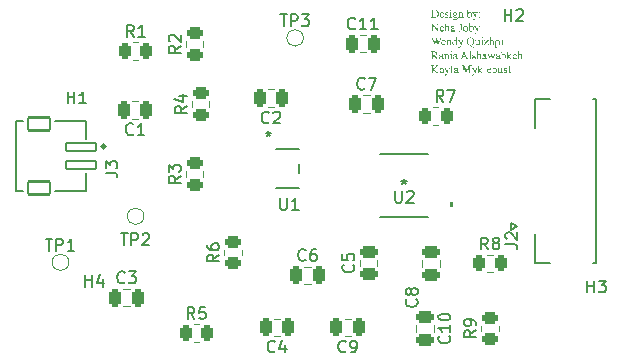
<source format=gto>
G04 #@! TF.GenerationSoftware,KiCad,Pcbnew,8.0.6*
G04 #@! TF.CreationDate,2025-01-26T18:33:20-05:00*
G04 #@! TF.ProjectId,Mic_Board_Unidirectional,4d69635f-426f-4617-9264-5f556e696469,rev?*
G04 #@! TF.SameCoordinates,Original*
G04 #@! TF.FileFunction,Legend,Top*
G04 #@! TF.FilePolarity,Positive*
%FSLAX46Y46*%
G04 Gerber Fmt 4.6, Leading zero omitted, Abs format (unit mm)*
G04 Created by KiCad (PCBNEW 8.0.6) date 2025-01-26 18:33:20*
%MOMM*%
%LPD*%
G01*
G04 APERTURE LIST*
G04 Aperture macros list*
%AMRoundRect*
0 Rectangle with rounded corners*
0 $1 Rounding radius*
0 $2 $3 $4 $5 $6 $7 $8 $9 X,Y pos of 4 corners*
0 Add a 4 corners polygon primitive as box body*
4,1,4,$2,$3,$4,$5,$6,$7,$8,$9,$2,$3,0*
0 Add four circle primitives for the rounded corners*
1,1,$1+$1,$2,$3*
1,1,$1+$1,$4,$5*
1,1,$1+$1,$6,$7*
1,1,$1+$1,$8,$9*
0 Add four rect primitives between the rounded corners*
20,1,$1+$1,$2,$3,$4,$5,0*
20,1,$1+$1,$4,$5,$6,$7,0*
20,1,$1+$1,$6,$7,$8,$9,0*
20,1,$1+$1,$8,$9,$2,$3,0*%
G04 Aperture macros list end*
%ADD10C,0.087500*%
%ADD11C,0.150000*%
%ADD12C,0.152400*%
%ADD13C,0.000000*%
%ADD14C,0.120000*%
%ADD15C,0.127000*%
%ADD16C,0.300000*%
%ADD17C,0.010000*%
%ADD18R,1.409700X0.279400*%
%ADD19RoundRect,0.250000X0.450000X-0.262500X0.450000X0.262500X-0.450000X0.262500X-0.450000X-0.262500X0*%
%ADD20RoundRect,0.250000X0.475000X-0.250000X0.475000X0.250000X-0.475000X0.250000X-0.475000X-0.250000X0*%
%ADD21C,1.000000*%
%ADD22C,5.600000*%
%ADD23RoundRect,0.102000X-1.250000X0.350000X-1.250000X-0.350000X1.250000X-0.350000X1.250000X0.350000X0*%
%ADD24RoundRect,0.102000X-0.950000X0.550000X-0.950000X-0.550000X0.950000X-0.550000X0.950000X0.550000X0*%
%ADD25RoundRect,0.250000X-0.262500X-0.450000X0.262500X-0.450000X0.262500X0.450000X-0.262500X0.450000X0*%
%ADD26R,0.977900X0.508000*%
%ADD27RoundRect,0.250000X-0.475000X0.250000X-0.475000X-0.250000X0.475000X-0.250000X0.475000X0.250000X0*%
%ADD28RoundRect,0.250000X0.250000X0.475000X-0.250000X0.475000X-0.250000X-0.475000X0.250000X-0.475000X0*%
%ADD29RoundRect,0.250000X-0.250000X-0.475000X0.250000X-0.475000X0.250000X0.475000X-0.250000X0.475000X0*%
G04 APERTURE END LIST*
D10*
G36*
X164317723Y-67020998D02*
G01*
X164358966Y-67023125D01*
X164396793Y-67026889D01*
X164431207Y-67032288D01*
X164467996Y-67040928D01*
X164504703Y-67053985D01*
X164536632Y-67070706D01*
X164565697Y-67091698D01*
X164591899Y-67116960D01*
X164615238Y-67146493D01*
X164627288Y-67165286D01*
X164645342Y-67200548D01*
X164657287Y-67232609D01*
X164665975Y-67266365D01*
X164671404Y-67301816D01*
X164673576Y-67338962D01*
X164673621Y-67345318D01*
X164671605Y-67387065D01*
X164665557Y-67426609D01*
X164655477Y-67463948D01*
X164641364Y-67499084D01*
X164623219Y-67532016D01*
X164601043Y-67562743D01*
X164591043Y-67574418D01*
X164566316Y-67598460D01*
X164538555Y-67619297D01*
X164507759Y-67636928D01*
X164473928Y-67651354D01*
X164437063Y-67662574D01*
X164397163Y-67670588D01*
X164354228Y-67675397D01*
X164320035Y-67676899D01*
X164308258Y-67677000D01*
X164016755Y-67677000D01*
X164016755Y-67657851D01*
X164041374Y-67657851D01*
X164076722Y-67651226D01*
X164100017Y-67631351D01*
X164109126Y-67595981D01*
X164110617Y-67559885D01*
X164110617Y-67137589D01*
X164109021Y-67100826D01*
X164101698Y-67069714D01*
X164202941Y-67069714D01*
X164202941Y-67630496D01*
X164239168Y-67637708D01*
X164274583Y-67642557D01*
X164305352Y-67644173D01*
X164345820Y-67641390D01*
X164383619Y-67633042D01*
X164418749Y-67619127D01*
X164451211Y-67599646D01*
X164481004Y-67574600D01*
X164490341Y-67565014D01*
X164515384Y-67533288D01*
X164535245Y-67497607D01*
X164547838Y-67464851D01*
X164556833Y-67429349D01*
X164562230Y-67391100D01*
X164564030Y-67350105D01*
X164562230Y-67308831D01*
X164556833Y-67270387D01*
X164547838Y-67234773D01*
X164535245Y-67201989D01*
X164515384Y-67166384D01*
X164490341Y-67134854D01*
X164461300Y-67108068D01*
X164429313Y-67086824D01*
X164394381Y-67071123D01*
X164356504Y-67060963D01*
X164315682Y-67056344D01*
X164301420Y-67056036D01*
X164264299Y-67058294D01*
X164229805Y-67063730D01*
X164202941Y-67069714D01*
X164101698Y-67069714D01*
X164101002Y-67066755D01*
X164097110Y-67060824D01*
X164066523Y-67042605D01*
X164041374Y-67039623D01*
X164016755Y-67039623D01*
X164016755Y-67020475D01*
X164282271Y-67020475D01*
X164317723Y-67020998D01*
G37*
G36*
X164982436Y-67220510D02*
G01*
X165018313Y-67231329D01*
X165049972Y-67249938D01*
X165068733Y-67266672D01*
X165091709Y-67296896D01*
X165105819Y-67328168D01*
X165113988Y-67363585D01*
X165116263Y-67397976D01*
X164811936Y-67397976D01*
X164813457Y-67433415D01*
X164819561Y-67470993D01*
X164830329Y-67504512D01*
X164848345Y-67537851D01*
X164859637Y-67552533D01*
X164884716Y-67577068D01*
X164915459Y-67596290D01*
X164948880Y-67606640D01*
X164972648Y-67608612D01*
X165008336Y-67603997D01*
X165039705Y-67590155D01*
X165047875Y-67584505D01*
X165072130Y-67559246D01*
X165089965Y-67529014D01*
X165101388Y-67501926D01*
X165116263Y-67511672D01*
X165107546Y-67548245D01*
X165092743Y-67582952D01*
X165074476Y-67612236D01*
X165057620Y-67633231D01*
X165031814Y-67657167D01*
X164999130Y-67675920D01*
X164962577Y-67686018D01*
X164936060Y-67687942D01*
X164897816Y-67684052D01*
X164862415Y-67672383D01*
X164829856Y-67652935D01*
X164803698Y-67629537D01*
X164800139Y-67625709D01*
X164778155Y-67596436D01*
X164761571Y-67563073D01*
X164750386Y-67525620D01*
X164745096Y-67490261D01*
X164743719Y-67458500D01*
X164745134Y-67424193D01*
X164750568Y-67386254D01*
X164754887Y-67370621D01*
X164811936Y-67370621D01*
X165015903Y-67370621D01*
X165012495Y-67335544D01*
X165005816Y-67309414D01*
X164986101Y-67279614D01*
X164969912Y-67266159D01*
X164937764Y-67252137D01*
X164920160Y-67250258D01*
X164884617Y-67257246D01*
X164854697Y-67276376D01*
X164848695Y-67282059D01*
X164827452Y-67312016D01*
X164815506Y-67346982D01*
X164811936Y-67370621D01*
X164754887Y-67370621D01*
X164760076Y-67351837D01*
X164776321Y-67316135D01*
X164798112Y-67285228D01*
X164801678Y-67281204D01*
X164828442Y-67256355D01*
X164858020Y-67237610D01*
X164890413Y-67224968D01*
X164925620Y-67218429D01*
X164947002Y-67217432D01*
X164982436Y-67220510D01*
G37*
G36*
X165457519Y-67217432D02*
G01*
X165457519Y-67370621D01*
X165441618Y-67370621D01*
X165431830Y-67336962D01*
X165417792Y-67303122D01*
X165398302Y-67274591D01*
X165394773Y-67271117D01*
X165364549Y-67252218D01*
X165330104Y-67245019D01*
X165321939Y-67244787D01*
X165288160Y-67250467D01*
X165267571Y-67262739D01*
X165248177Y-67291879D01*
X165246884Y-67302575D01*
X165254157Y-67336317D01*
X165262271Y-67349250D01*
X165288796Y-67372457D01*
X165320132Y-67390093D01*
X165322965Y-67391480D01*
X165393063Y-67426016D01*
X165426240Y-67445113D01*
X165456271Y-67470129D01*
X165476959Y-67498090D01*
X165489161Y-67533652D01*
X165490687Y-67552875D01*
X165486246Y-67588522D01*
X165471101Y-67622449D01*
X165448007Y-67648489D01*
X165445209Y-67650841D01*
X165415807Y-67670406D01*
X165380957Y-67683558D01*
X165346997Y-67687905D01*
X165343482Y-67687942D01*
X165308779Y-67684866D01*
X165273341Y-67676567D01*
X165251158Y-67669306D01*
X165225341Y-67664519D01*
X165207903Y-67677000D01*
X165192173Y-67677000D01*
X165192173Y-67523810D01*
X165207903Y-67523810D01*
X165217434Y-67559353D01*
X165232561Y-67592659D01*
X165254716Y-67621774D01*
X165259364Y-67626221D01*
X165289129Y-67647163D01*
X165321491Y-67658439D01*
X165344508Y-67660586D01*
X165379555Y-67653655D01*
X165398534Y-67640925D01*
X165417078Y-67611658D01*
X165419563Y-67593566D01*
X165412152Y-67559275D01*
X165396140Y-67537317D01*
X165366894Y-67514947D01*
X165335104Y-67496124D01*
X165303133Y-67479358D01*
X165271268Y-67462261D01*
X165239913Y-67442092D01*
X165213228Y-67417869D01*
X165211835Y-67416099D01*
X165195550Y-67384769D01*
X165190143Y-67348798D01*
X165190122Y-67346173D01*
X165194526Y-67310563D01*
X165209376Y-67276555D01*
X165227393Y-67254362D01*
X165255603Y-67233336D01*
X165288985Y-67221039D01*
X165323820Y-67217432D01*
X165358598Y-67221290D01*
X165386908Y-67228374D01*
X165419563Y-67235726D01*
X165431531Y-67232307D01*
X165441618Y-67217432D01*
X165457519Y-67217432D01*
G37*
G36*
X165665760Y-66987648D02*
G01*
X165698328Y-67000271D01*
X165700125Y-67002010D01*
X165714260Y-67034177D01*
X165714316Y-67036717D01*
X165701843Y-67069755D01*
X165700125Y-67071595D01*
X165668259Y-67086070D01*
X165665760Y-67086127D01*
X165632892Y-67073355D01*
X165631053Y-67071595D01*
X165616818Y-67040481D01*
X165616692Y-67036717D01*
X165629164Y-67003808D01*
X165630882Y-67002010D01*
X165663200Y-66987705D01*
X165665760Y-66987648D01*
G37*
G36*
X165705767Y-67217432D02*
G01*
X165705767Y-67574759D01*
X165707263Y-67609637D01*
X165711751Y-67630496D01*
X165729532Y-67651012D01*
X165763315Y-67657684D01*
X165772616Y-67657851D01*
X165772616Y-67677000D01*
X165558562Y-67677000D01*
X165558562Y-67657851D01*
X165592892Y-67654861D01*
X165601817Y-67651525D01*
X165619427Y-67630667D01*
X165625410Y-67595909D01*
X165625924Y-67574759D01*
X165625924Y-67403448D01*
X165625586Y-67366797D01*
X165624083Y-67330469D01*
X165621650Y-67309756D01*
X165611050Y-67288214D01*
X165591217Y-67282059D01*
X165558562Y-67289240D01*
X165551894Y-67271801D01*
X165684567Y-67217432D01*
X165705767Y-67217432D01*
G37*
G36*
X166069716Y-67220029D02*
G01*
X166104518Y-67229005D01*
X166136014Y-67244392D01*
X166144818Y-67250258D01*
X166237997Y-67250258D01*
X166262103Y-67251455D01*
X166266891Y-67255558D01*
X166269797Y-67271117D01*
X166267404Y-67288727D01*
X166262274Y-67292659D01*
X166237997Y-67294027D01*
X166180893Y-67294027D01*
X166198272Y-67325721D01*
X166206451Y-67360687D01*
X166207735Y-67383615D01*
X166203127Y-67420864D01*
X166189302Y-67454608D01*
X166166261Y-67484845D01*
X166160547Y-67490471D01*
X166131544Y-67511877D01*
X166097429Y-67526277D01*
X166062813Y-67533196D01*
X166034200Y-67534752D01*
X165999070Y-67531906D01*
X165967351Y-67524665D01*
X165943244Y-67549253D01*
X165938628Y-67556295D01*
X165931277Y-67579376D01*
X165939141Y-67595105D01*
X165970258Y-67606047D01*
X166005362Y-67608294D01*
X166037620Y-67609295D01*
X166072289Y-67610259D01*
X166106538Y-67611551D01*
X166140763Y-67613475D01*
X166165847Y-67615963D01*
X166199252Y-67624461D01*
X166230362Y-67642610D01*
X166237313Y-67648960D01*
X166257316Y-67678624D01*
X166263958Y-67712178D01*
X166263984Y-67714613D01*
X166257964Y-67750753D01*
X166242042Y-67782276D01*
X166219205Y-67809561D01*
X166213035Y-67815485D01*
X166183284Y-67839075D01*
X166150324Y-67857784D01*
X166114154Y-67871613D01*
X166074774Y-67880561D01*
X166039505Y-67884289D01*
X166017274Y-67884899D01*
X165978108Y-67882919D01*
X165941690Y-67876980D01*
X165908021Y-67867080D01*
X165872908Y-67850918D01*
X165860666Y-67843524D01*
X165834772Y-67820832D01*
X165824591Y-67794114D01*
X165829891Y-67771375D01*
X165838170Y-67758210D01*
X165893321Y-67758210D01*
X165908997Y-67789049D01*
X165921189Y-67797875D01*
X165955407Y-67813383D01*
X165988815Y-67821653D01*
X166027588Y-67826248D01*
X166060188Y-67827282D01*
X166095860Y-67825842D01*
X166131299Y-67820670D01*
X166164373Y-67810356D01*
X166187732Y-67797191D01*
X166214409Y-67772176D01*
X166228573Y-67739451D01*
X166228935Y-67733078D01*
X166212682Y-67702551D01*
X166204316Y-67698200D01*
X166170132Y-67690301D01*
X166135364Y-67687122D01*
X166105324Y-67685890D01*
X166066501Y-67684620D01*
X166031200Y-67682989D01*
X165994468Y-67680630D01*
X165958359Y-67677334D01*
X165938970Y-67674948D01*
X165916028Y-67702429D01*
X165904776Y-67719913D01*
X165893601Y-67752677D01*
X165893321Y-67758210D01*
X165838170Y-67758210D01*
X165849183Y-67740697D01*
X165863401Y-67722478D01*
X165888063Y-67696398D01*
X165912470Y-67671187D01*
X165884095Y-67651483D01*
X165877079Y-67644686D01*
X165866821Y-67618015D01*
X165877293Y-67584374D01*
X165880498Y-67578863D01*
X165903152Y-67551636D01*
X165929140Y-67527512D01*
X165943757Y-67515091D01*
X165914049Y-67496214D01*
X165888936Y-67470015D01*
X165881695Y-67459184D01*
X165866969Y-67426295D01*
X165860490Y-67390462D01*
X165860153Y-67379683D01*
X165862414Y-67358824D01*
X165943757Y-67358824D01*
X165945798Y-67395123D01*
X165952974Y-67430774D01*
X165967005Y-67463946D01*
X165976413Y-67477990D01*
X166002905Y-67501061D01*
X166037622Y-67510101D01*
X166040013Y-67510133D01*
X166075087Y-67502316D01*
X166100024Y-67482436D01*
X166116153Y-67452114D01*
X166122788Y-67416435D01*
X166123618Y-67395241D01*
X166121545Y-67358696D01*
X166114257Y-67322590D01*
X166100005Y-67288690D01*
X166090450Y-67274194D01*
X166064326Y-67251123D01*
X166029752Y-67242083D01*
X166027362Y-67242052D01*
X165992810Y-67250158D01*
X165967693Y-67270775D01*
X165951331Y-67301765D01*
X165944599Y-67337653D01*
X165943757Y-67358824D01*
X165862414Y-67358824D01*
X165864048Y-67343746D01*
X165875733Y-67310758D01*
X165895207Y-67280719D01*
X165909392Y-67265304D01*
X165939280Y-67242163D01*
X165973550Y-67226595D01*
X166007691Y-67219115D01*
X166035568Y-67217432D01*
X166069716Y-67220029D01*
G37*
G36*
X166444016Y-67310611D02*
G01*
X166468039Y-67283767D01*
X166496393Y-67257561D01*
X166528820Y-67235267D01*
X166560543Y-67221891D01*
X166591563Y-67217432D01*
X166627045Y-67222595D01*
X166653625Y-67235726D01*
X166678245Y-67261640D01*
X166694027Y-67292981D01*
X166695000Y-67295565D01*
X166702608Y-67329774D01*
X166705341Y-67366932D01*
X166705600Y-67384983D01*
X166705600Y-67574759D01*
X166707267Y-67610193D01*
X166712267Y-67632034D01*
X166729364Y-67651012D01*
X166763513Y-67657684D01*
X166772962Y-67657851D01*
X166772962Y-67677000D01*
X166555146Y-67677000D01*
X166555146Y-67657851D01*
X166564207Y-67657851D01*
X166598907Y-67652993D01*
X166607292Y-67648448D01*
X166624389Y-67620579D01*
X166626224Y-67586143D01*
X166626270Y-67574930D01*
X166626270Y-67393018D01*
X166624734Y-67358430D01*
X166618144Y-67323151D01*
X166610540Y-67305140D01*
X166584531Y-67282156D01*
X166558053Y-67277614D01*
X166522306Y-67283775D01*
X166490219Y-67299855D01*
X166461766Y-67322527D01*
X166444016Y-67340702D01*
X166444016Y-67574930D01*
X166445180Y-67609657D01*
X166449316Y-67630667D01*
X166467780Y-67651354D01*
X166502977Y-67657622D01*
X166515652Y-67657851D01*
X166515652Y-67677000D01*
X166297836Y-67677000D01*
X166297836Y-67657851D01*
X166307411Y-67657851D01*
X166340963Y-67651106D01*
X166352889Y-67640583D01*
X166363027Y-67606776D01*
X166364685Y-67574759D01*
X166364685Y-67409773D01*
X166364461Y-67373603D01*
X166363549Y-67339419D01*
X166361095Y-67312150D01*
X166349982Y-67288385D01*
X166329979Y-67282059D01*
X166297836Y-67289240D01*
X166290655Y-67271801D01*
X166423328Y-67217432D01*
X166444016Y-67217432D01*
X166444016Y-67310611D01*
G37*
G36*
X167170809Y-67306337D02*
G01*
X167195142Y-67276123D01*
X167220185Y-67252160D01*
X167250297Y-67232105D01*
X167285894Y-67219603D01*
X167308782Y-67217432D01*
X167345582Y-67222057D01*
X167379623Y-67235933D01*
X167407566Y-67256033D01*
X167427093Y-67275904D01*
X167449159Y-67307736D01*
X167463295Y-67339990D01*
X167472604Y-67376351D01*
X167476741Y-67410786D01*
X167477529Y-67435419D01*
X167475630Y-67471264D01*
X167468337Y-67511303D01*
X167455574Y-67548096D01*
X167437342Y-67581644D01*
X167413640Y-67611946D01*
X167399738Y-67625879D01*
X167369755Y-67650062D01*
X167338299Y-67668305D01*
X167305371Y-67680608D01*
X167270971Y-67686972D01*
X167250652Y-67687942D01*
X167214325Y-67684861D01*
X167179945Y-67676427D01*
X167172519Y-67673922D01*
X167140009Y-67660217D01*
X167109499Y-67643460D01*
X167091479Y-67631863D01*
X167091479Y-67337624D01*
X167170809Y-67337624D01*
X167170809Y-67603482D01*
X167197268Y-67625815D01*
X167221416Y-67640070D01*
X167254729Y-67650649D01*
X167275101Y-67652380D01*
X167309675Y-67644394D01*
X167339836Y-67622848D01*
X167356653Y-67603995D01*
X167374918Y-67573194D01*
X167386136Y-67539956D01*
X167392630Y-67501205D01*
X167394438Y-67462774D01*
X167392630Y-67427339D01*
X167386136Y-67391470D01*
X167373184Y-67357018D01*
X167356653Y-67331640D01*
X167332036Y-67307477D01*
X167299851Y-67290295D01*
X167270826Y-67285820D01*
X167235799Y-67292043D01*
X167219877Y-67298985D01*
X167191654Y-67318566D01*
X167170809Y-67337624D01*
X167091479Y-67337624D01*
X167091479Y-67173664D01*
X167091195Y-67135837D01*
X167089933Y-67099665D01*
X167087889Y-67080827D01*
X167076605Y-67057233D01*
X167057285Y-67050907D01*
X167023604Y-67058601D01*
X167016936Y-67041675D01*
X167149096Y-66987648D01*
X167170809Y-66987648D01*
X167170809Y-67306337D01*
G37*
G36*
X167514801Y-67228374D02*
G01*
X167720136Y-67228374D01*
X167720136Y-67247523D01*
X167710048Y-67247523D01*
X167677564Y-67256926D01*
X167666793Y-67280349D01*
X167674919Y-67314734D01*
X167682522Y-67332324D01*
X167789891Y-67554756D01*
X167888370Y-67311124D01*
X167896448Y-67276940D01*
X167896577Y-67272143D01*
X167893157Y-67259149D01*
X167881189Y-67250771D01*
X167852295Y-67247523D01*
X167852295Y-67228374D01*
X167995568Y-67228374D01*
X167995568Y-67247523D01*
X167968213Y-67255217D01*
X167947013Y-67276930D01*
X167932947Y-67308562D01*
X167930771Y-67314030D01*
X167751423Y-67755133D01*
X167735520Y-67788722D01*
X167714837Y-67820238D01*
X167690981Y-67845643D01*
X167683206Y-67852073D01*
X167652119Y-67872076D01*
X167619472Y-67883328D01*
X167602337Y-67884899D01*
X167568081Y-67877303D01*
X167555662Y-67868828D01*
X167537815Y-67838421D01*
X167537369Y-67832069D01*
X167550533Y-67799927D01*
X167582708Y-67787895D01*
X167586950Y-67787788D01*
X167621891Y-67795213D01*
X167630205Y-67798217D01*
X167654141Y-67805569D01*
X167685600Y-67790353D01*
X167706023Y-67762278D01*
X167720136Y-67731539D01*
X167751423Y-67653748D01*
X167593105Y-67320698D01*
X167574780Y-67290364D01*
X167570024Y-67283598D01*
X167550362Y-67261030D01*
X167517805Y-67248257D01*
X167514801Y-67247523D01*
X167514801Y-67228374D01*
G37*
G36*
X168137644Y-67217432D02*
G01*
X168170237Y-67228630D01*
X168175258Y-67233161D01*
X168190603Y-67264041D01*
X168190987Y-67270775D01*
X168179789Y-67303489D01*
X168175258Y-67308559D01*
X168144378Y-67323738D01*
X168137644Y-67324117D01*
X168104885Y-67313041D01*
X168099860Y-67308559D01*
X168084682Y-67277513D01*
X168084302Y-67270775D01*
X168095378Y-67238182D01*
X168099860Y-67233161D01*
X168130861Y-67217816D01*
X168137644Y-67217432D01*
G37*
G36*
X168136618Y-67580743D02*
G01*
X168169712Y-67592063D01*
X168174745Y-67596644D01*
X168190090Y-67627857D01*
X168190474Y-67634599D01*
X168179154Y-67667313D01*
X168174574Y-67672383D01*
X168143406Y-67687562D01*
X168136618Y-67687942D01*
X168103904Y-67676865D01*
X168098834Y-67672383D01*
X168083656Y-67641337D01*
X168083276Y-67634599D01*
X168094352Y-67601763D01*
X168098834Y-67596644D01*
X168129881Y-67581132D01*
X168136618Y-67580743D01*
G37*
G36*
X163987006Y-68196475D02*
G01*
X164163960Y-68196475D01*
X164562662Y-68688868D01*
X164562662Y-68311196D01*
X164561066Y-68275077D01*
X164553046Y-68241727D01*
X164549155Y-68235969D01*
X164518848Y-68218484D01*
X164492906Y-68215623D01*
X164470338Y-68215623D01*
X164470338Y-68196475D01*
X164697215Y-68196475D01*
X164697215Y-68215623D01*
X164674134Y-68215623D01*
X164638786Y-68221907D01*
X164615491Y-68240756D01*
X164606382Y-68275631D01*
X164604891Y-68311367D01*
X164604891Y-68863942D01*
X164587623Y-68863942D01*
X164157805Y-68334960D01*
X164157805Y-68738279D01*
X164159320Y-68774397D01*
X164166933Y-68807747D01*
X164170628Y-68813505D01*
X164201242Y-68830990D01*
X164227048Y-68833851D01*
X164250129Y-68833851D01*
X164250129Y-68853000D01*
X164023080Y-68853000D01*
X164023080Y-68833851D01*
X164045648Y-68833851D01*
X164079509Y-68828329D01*
X164104804Y-68808718D01*
X164113914Y-68774057D01*
X164115404Y-68738450D01*
X164115404Y-68283669D01*
X164091802Y-68257410D01*
X164072320Y-68239730D01*
X164041160Y-68224002D01*
X164029406Y-68219898D01*
X163993877Y-68215690D01*
X163987006Y-68215623D01*
X163987006Y-68196475D01*
G37*
G36*
X164982436Y-68396510D02*
G01*
X165018313Y-68407329D01*
X165049972Y-68425938D01*
X165068733Y-68442672D01*
X165091709Y-68472896D01*
X165105819Y-68504168D01*
X165113988Y-68539585D01*
X165116263Y-68573976D01*
X164811936Y-68573976D01*
X164813457Y-68609415D01*
X164819561Y-68646993D01*
X164830329Y-68680512D01*
X164848345Y-68713851D01*
X164859637Y-68728533D01*
X164884716Y-68753068D01*
X164915459Y-68772290D01*
X164948880Y-68782640D01*
X164972648Y-68784612D01*
X165008336Y-68779997D01*
X165039705Y-68766155D01*
X165047875Y-68760505D01*
X165072130Y-68735246D01*
X165089965Y-68705014D01*
X165101388Y-68677926D01*
X165116263Y-68687672D01*
X165107546Y-68724245D01*
X165092743Y-68758952D01*
X165074476Y-68788236D01*
X165057620Y-68809231D01*
X165031814Y-68833167D01*
X164999130Y-68851920D01*
X164962577Y-68862018D01*
X164936060Y-68863942D01*
X164897816Y-68860052D01*
X164862415Y-68848383D01*
X164829856Y-68828935D01*
X164803698Y-68805537D01*
X164800139Y-68801709D01*
X164778155Y-68772436D01*
X164761571Y-68739073D01*
X164750386Y-68701620D01*
X164745096Y-68666261D01*
X164743719Y-68634500D01*
X164745134Y-68600193D01*
X164750568Y-68562254D01*
X164754887Y-68546621D01*
X164811936Y-68546621D01*
X165015903Y-68546621D01*
X165012495Y-68511544D01*
X165005816Y-68485414D01*
X164986101Y-68455614D01*
X164969912Y-68442159D01*
X164937764Y-68428137D01*
X164920160Y-68426258D01*
X164884617Y-68433246D01*
X164854697Y-68452376D01*
X164848695Y-68458059D01*
X164827452Y-68488016D01*
X164815506Y-68522982D01*
X164811936Y-68546621D01*
X164754887Y-68546621D01*
X164760076Y-68527837D01*
X164776321Y-68492135D01*
X164798112Y-68461228D01*
X164801678Y-68457204D01*
X164828442Y-68432355D01*
X164858020Y-68413610D01*
X164890413Y-68400968D01*
X164925620Y-68394429D01*
X164947002Y-68393432D01*
X164982436Y-68396510D01*
G37*
G36*
X165302278Y-68163648D02*
G01*
X165302278Y-68485243D01*
X165327560Y-68458550D01*
X165352682Y-68434805D01*
X165380707Y-68413495D01*
X165386737Y-68410016D01*
X165419980Y-68397076D01*
X165449312Y-68393432D01*
X165484233Y-68398647D01*
X165513768Y-68414290D01*
X165537276Y-68441133D01*
X165552096Y-68474437D01*
X165553775Y-68479943D01*
X165559969Y-68516903D01*
X165562119Y-68551101D01*
X165562827Y-68588356D01*
X165562836Y-68593467D01*
X165562836Y-68750759D01*
X165564503Y-68786321D01*
X165569504Y-68808547D01*
X165585746Y-68827012D01*
X165620752Y-68833744D01*
X165628147Y-68833851D01*
X165628147Y-68853000D01*
X165411870Y-68853000D01*
X165411870Y-68833851D01*
X165421957Y-68833851D01*
X165456480Y-68828993D01*
X165464699Y-68824448D01*
X165481625Y-68796408D01*
X165482960Y-68761715D01*
X165482993Y-68750588D01*
X165482993Y-68592612D01*
X165482398Y-68555510D01*
X165480055Y-68520925D01*
X165475471Y-68496698D01*
X165457542Y-68467031D01*
X165451706Y-68462333D01*
X165418046Y-68451057D01*
X165412383Y-68450878D01*
X165377495Y-68457414D01*
X165363314Y-68463530D01*
X165333401Y-68484258D01*
X165306684Y-68509942D01*
X165302278Y-68514650D01*
X165302278Y-68750588D01*
X165303367Y-68785956D01*
X165307236Y-68807692D01*
X165326043Y-68826328D01*
X165359623Y-68833491D01*
X165373401Y-68833851D01*
X165373401Y-68853000D01*
X165155073Y-68853000D01*
X165155073Y-68833851D01*
X165189527Y-68829487D01*
X165201235Y-68824618D01*
X165216622Y-68806325D01*
X165221975Y-68772336D01*
X165222435Y-68751101D01*
X165222435Y-68350348D01*
X165222211Y-68316047D01*
X165221169Y-68280817D01*
X165218845Y-68256998D01*
X165207732Y-68233404D01*
X165187728Y-68227078D01*
X165155073Y-68234772D01*
X165148405Y-68217846D01*
X165280052Y-68163648D01*
X165302278Y-68163648D01*
G37*
G36*
X165879347Y-68395402D02*
G01*
X165915379Y-68402968D01*
X165940851Y-68413607D01*
X165968073Y-68436189D01*
X165982739Y-68461307D01*
X165989542Y-68496196D01*
X165991322Y-68532142D01*
X165991458Y-68547818D01*
X165991458Y-68700494D01*
X165991692Y-68735904D01*
X165992919Y-68770736D01*
X165993852Y-68779482D01*
X166001716Y-68798973D01*
X166014539Y-68803760D01*
X166028046Y-68800512D01*
X166055181Y-68776853D01*
X166066856Y-68765292D01*
X166066856Y-68792305D01*
X166043523Y-68820218D01*
X166017418Y-68843724D01*
X165985628Y-68860514D01*
X165963932Y-68863942D01*
X165931100Y-68852257D01*
X165926489Y-68847528D01*
X165913751Y-68814132D01*
X165912128Y-68791792D01*
X165884854Y-68812570D01*
X165856905Y-68833081D01*
X165828114Y-68851760D01*
X165826985Y-68852316D01*
X165793165Y-68862307D01*
X165771591Y-68863942D01*
X165737153Y-68858693D01*
X165705999Y-68841302D01*
X165696364Y-68832141D01*
X165677213Y-68802974D01*
X165667826Y-68767147D01*
X165666786Y-68748366D01*
X165669927Y-68725114D01*
X165747655Y-68725114D01*
X165753493Y-68759024D01*
X165768342Y-68783415D01*
X165796606Y-68803250D01*
X165815872Y-68806496D01*
X165849408Y-68798454D01*
X165880390Y-68781324D01*
X165908421Y-68760767D01*
X165912128Y-68757769D01*
X165912128Y-68587654D01*
X165879013Y-68601203D01*
X165846666Y-68615135D01*
X165818265Y-68629029D01*
X165789178Y-68648238D01*
X165764944Y-68672532D01*
X165763897Y-68673994D01*
X165749574Y-68706500D01*
X165747655Y-68725114D01*
X165669927Y-68725114D01*
X165671384Y-68714333D01*
X165681318Y-68691604D01*
X165704085Y-68663302D01*
X165732456Y-68640189D01*
X165749706Y-68629029D01*
X165782323Y-68611487D01*
X165814760Y-68596459D01*
X165847487Y-68582614D01*
X165884757Y-68567880D01*
X165912128Y-68557563D01*
X165912128Y-68539953D01*
X165910464Y-68505760D01*
X165903071Y-68470478D01*
X165891099Y-68448484D01*
X165861628Y-68428301D01*
X165830404Y-68423523D01*
X165795910Y-68430886D01*
X165782191Y-68440620D01*
X165764772Y-68470464D01*
X165763897Y-68479943D01*
X165764923Y-68509179D01*
X165755655Y-68542617D01*
X165753639Y-68545083D01*
X165724061Y-68557563D01*
X165694996Y-68544570D01*
X165683756Y-68511621D01*
X165683712Y-68508837D01*
X165690682Y-68474988D01*
X165709487Y-68445796D01*
X165725942Y-68429678D01*
X165755764Y-68410564D01*
X165788287Y-68399414D01*
X165826191Y-68393998D01*
X165844766Y-68393432D01*
X165879347Y-68395402D01*
G37*
G36*
X166409651Y-68215623D02*
G01*
X166409651Y-68196475D01*
X166689016Y-68196475D01*
X166689016Y-68215623D01*
X166665422Y-68215623D01*
X166630971Y-68221522D01*
X166607292Y-68239217D01*
X166597585Y-68272679D01*
X166595677Y-68309464D01*
X166595666Y-68313076D01*
X166595666Y-68631593D01*
X166594661Y-68666535D01*
X166591130Y-68701707D01*
X166584225Y-68735647D01*
X166579595Y-68750588D01*
X166564248Y-68783166D01*
X166542313Y-68812426D01*
X166524030Y-68830090D01*
X166495035Y-68849363D01*
X166462122Y-68860636D01*
X166428799Y-68863942D01*
X166392970Y-68859786D01*
X166360999Y-68844858D01*
X166357676Y-68842228D01*
X166335977Y-68814274D01*
X166331688Y-68792647D01*
X166342207Y-68759608D01*
X166343656Y-68758111D01*
X166375539Y-68743806D01*
X166380757Y-68743579D01*
X166408283Y-68753495D01*
X166428280Y-68782410D01*
X166439399Y-68805812D01*
X166463560Y-68830720D01*
X166467780Y-68831115D01*
X166492058Y-68815215D01*
X166502240Y-68781797D01*
X166503342Y-68758966D01*
X166503342Y-68313247D01*
X166502326Y-68278549D01*
X166497187Y-68247937D01*
X166477013Y-68227249D01*
X166443228Y-68216180D01*
X166433244Y-68215623D01*
X166409651Y-68215623D01*
G37*
G36*
X166974750Y-68396125D02*
G01*
X167008091Y-68404203D01*
X167043479Y-68420435D01*
X167075088Y-68443997D01*
X167099173Y-68470027D01*
X167119225Y-68499533D01*
X167134352Y-68530904D01*
X167144554Y-68564141D01*
X167149830Y-68599243D01*
X167150635Y-68620138D01*
X167147863Y-68657565D01*
X167140629Y-68691477D01*
X167128905Y-68725605D01*
X167122254Y-68740843D01*
X167104599Y-68772809D01*
X167083563Y-68800042D01*
X167056224Y-68824749D01*
X167044120Y-68832996D01*
X167011923Y-68849315D01*
X166977522Y-68859590D01*
X166940917Y-68863821D01*
X166933332Y-68863942D01*
X166897454Y-68861129D01*
X166859228Y-68850736D01*
X166824913Y-68832686D01*
X166794508Y-68806979D01*
X166775184Y-68783928D01*
X166755865Y-68753671D01*
X166741291Y-68721844D01*
X166731462Y-68688446D01*
X166726378Y-68653478D01*
X166725603Y-68632790D01*
X166727983Y-68598511D01*
X166729037Y-68593467D01*
X166815020Y-68593467D01*
X166816361Y-68628940D01*
X166821313Y-68667940D01*
X166829914Y-68704370D01*
X166842163Y-68738232D01*
X166853147Y-68760847D01*
X166873813Y-68791589D01*
X166900689Y-68815675D01*
X166935057Y-68829400D01*
X166954019Y-68831115D01*
X166989234Y-68824710D01*
X167019030Y-68805495D01*
X167030956Y-68792305D01*
X167048185Y-68759037D01*
X167056962Y-68722020D01*
X167060478Y-68687134D01*
X167061217Y-68658949D01*
X167059986Y-68623208D01*
X167055257Y-68583569D01*
X167046983Y-68547477D01*
X167035162Y-68514932D01*
X167016889Y-68481444D01*
X167010781Y-68472762D01*
X166985071Y-68446286D01*
X166952000Y-68429937D01*
X166923757Y-68426258D01*
X166890175Y-68432885D01*
X166872466Y-68441646D01*
X166846699Y-68466067D01*
X166830921Y-68495159D01*
X166820626Y-68529859D01*
X166816014Y-68564819D01*
X166815020Y-68593467D01*
X166729037Y-68593467D01*
X166735124Y-68564341D01*
X166747025Y-68530278D01*
X166755694Y-68511401D01*
X166774108Y-68479955D01*
X166798057Y-68450884D01*
X166825679Y-68427990D01*
X166834682Y-68422326D01*
X166865917Y-68407089D01*
X166901588Y-68396846D01*
X166938632Y-68393432D01*
X166974750Y-68396125D01*
G37*
G36*
X167333572Y-68482337D02*
G01*
X167357906Y-68452123D01*
X167382948Y-68428160D01*
X167413061Y-68408105D01*
X167448657Y-68395603D01*
X167471545Y-68393432D01*
X167508345Y-68398057D01*
X167542387Y-68411933D01*
X167570330Y-68432033D01*
X167589856Y-68451904D01*
X167611922Y-68483736D01*
X167626058Y-68515990D01*
X167635367Y-68552351D01*
X167639505Y-68586786D01*
X167640293Y-68611419D01*
X167638393Y-68647264D01*
X167631100Y-68687303D01*
X167618338Y-68724096D01*
X167600105Y-68757644D01*
X167576403Y-68787946D01*
X167562501Y-68801879D01*
X167532518Y-68826062D01*
X167501063Y-68844305D01*
X167468135Y-68856608D01*
X167433734Y-68862972D01*
X167413415Y-68863942D01*
X167377088Y-68860861D01*
X167342709Y-68852427D01*
X167335282Y-68849922D01*
X167302772Y-68836217D01*
X167272262Y-68819460D01*
X167254242Y-68807863D01*
X167254242Y-68513624D01*
X167333572Y-68513624D01*
X167333572Y-68779482D01*
X167360032Y-68801815D01*
X167384180Y-68816070D01*
X167417492Y-68826649D01*
X167437864Y-68828380D01*
X167472438Y-68820394D01*
X167502600Y-68798848D01*
X167519417Y-68779995D01*
X167537682Y-68749194D01*
X167548899Y-68715956D01*
X167555393Y-68677205D01*
X167557201Y-68638774D01*
X167555393Y-68603339D01*
X167548899Y-68567470D01*
X167535947Y-68533018D01*
X167519417Y-68507640D01*
X167494800Y-68483477D01*
X167462615Y-68466295D01*
X167433590Y-68461820D01*
X167398562Y-68468043D01*
X167382641Y-68474985D01*
X167354417Y-68494566D01*
X167333572Y-68513624D01*
X167254242Y-68513624D01*
X167254242Y-68349664D01*
X167253958Y-68311837D01*
X167252696Y-68275665D01*
X167250652Y-68256827D01*
X167239368Y-68233233D01*
X167220048Y-68226907D01*
X167186367Y-68234601D01*
X167179699Y-68217675D01*
X167311859Y-68163648D01*
X167333572Y-68163648D01*
X167333572Y-68482337D01*
G37*
G36*
X167677564Y-68404374D02*
G01*
X167882899Y-68404374D01*
X167882899Y-68423523D01*
X167872812Y-68423523D01*
X167840327Y-68432926D01*
X167829556Y-68456349D01*
X167837682Y-68490734D01*
X167845286Y-68508324D01*
X167952655Y-68730756D01*
X168051133Y-68487124D01*
X168059212Y-68452940D01*
X168059340Y-68448143D01*
X168055921Y-68435149D01*
X168043953Y-68426771D01*
X168015059Y-68423523D01*
X168015059Y-68404374D01*
X168158332Y-68404374D01*
X168158332Y-68423523D01*
X168130976Y-68431217D01*
X168109776Y-68452930D01*
X168095710Y-68484562D01*
X168093534Y-68490030D01*
X167914187Y-68931133D01*
X167898284Y-68964722D01*
X167877600Y-68996238D01*
X167853745Y-69021643D01*
X167845969Y-69028073D01*
X167814882Y-69048076D01*
X167782236Y-69059328D01*
X167765101Y-69060899D01*
X167730845Y-69053303D01*
X167718426Y-69044828D01*
X167700579Y-69014421D01*
X167700132Y-69008069D01*
X167713297Y-68975927D01*
X167745471Y-68963895D01*
X167749713Y-68963788D01*
X167784655Y-68971213D01*
X167792969Y-68974217D01*
X167816905Y-68981569D01*
X167848363Y-68966353D01*
X167868786Y-68938278D01*
X167882899Y-68907539D01*
X167914187Y-68829748D01*
X167755868Y-68496698D01*
X167737543Y-68466364D01*
X167732787Y-68459598D01*
X167713126Y-68437030D01*
X167680568Y-68424257D01*
X167677564Y-68423523D01*
X167677564Y-68404374D01*
G37*
G36*
X164921870Y-69372475D02*
G01*
X164921870Y-69391623D01*
X164887909Y-69397258D01*
X164880495Y-69400856D01*
X164855673Y-69426077D01*
X164850233Y-69434879D01*
X164835808Y-69468496D01*
X164823583Y-69503581D01*
X164819801Y-69515064D01*
X164638060Y-70039942D01*
X164618911Y-70039942D01*
X164470338Y-69622775D01*
X164322620Y-70039942D01*
X164305352Y-70039942D01*
X164111643Y-69499163D01*
X164099625Y-69466178D01*
X164086856Y-69433544D01*
X164084117Y-69427698D01*
X164061006Y-69402263D01*
X164057958Y-69400514D01*
X164023221Y-69391936D01*
X164012993Y-69391623D01*
X164012993Y-69372475D01*
X164254403Y-69372475D01*
X164254403Y-69391623D01*
X164242777Y-69391623D01*
X164209281Y-69399298D01*
X164203796Y-69403249D01*
X164190460Y-69430946D01*
X164197934Y-69466273D01*
X164209093Y-69500830D01*
X164211660Y-69508225D01*
X164339888Y-69873417D01*
X164448112Y-69562080D01*
X164428963Y-69507712D01*
X164413576Y-69464115D01*
X164397839Y-69432867D01*
X164391008Y-69422227D01*
X164375621Y-69406840D01*
X164351514Y-69394530D01*
X164322620Y-69391623D01*
X164322620Y-69372475D01*
X164576510Y-69372475D01*
X164576510Y-69391623D01*
X164559242Y-69391623D01*
X164524939Y-69399298D01*
X164519748Y-69403249D01*
X164507267Y-69434366D01*
X164513396Y-69470620D01*
X164523892Y-69505033D01*
X164528981Y-69519680D01*
X164653960Y-69873417D01*
X164778084Y-69514893D01*
X164789174Y-69481280D01*
X164797799Y-69446227D01*
X164799113Y-69432485D01*
X164792103Y-69411798D01*
X164774665Y-69398291D01*
X164739402Y-69391942D01*
X164727135Y-69391623D01*
X164727135Y-69372475D01*
X164921870Y-69372475D01*
G37*
G36*
X165121263Y-69572510D02*
G01*
X165157141Y-69583329D01*
X165188799Y-69601938D01*
X165207561Y-69618672D01*
X165230536Y-69648896D01*
X165244647Y-69680168D01*
X165252816Y-69715585D01*
X165255090Y-69749976D01*
X164950764Y-69749976D01*
X164952284Y-69785415D01*
X164958389Y-69822993D01*
X164969156Y-69856512D01*
X164987172Y-69889851D01*
X164998464Y-69904533D01*
X165023543Y-69929068D01*
X165054286Y-69948290D01*
X165087707Y-69958640D01*
X165111475Y-69960612D01*
X165147164Y-69955997D01*
X165178533Y-69942155D01*
X165186702Y-69936505D01*
X165210958Y-69911246D01*
X165228793Y-69881014D01*
X165240216Y-69853926D01*
X165255090Y-69863672D01*
X165246373Y-69900245D01*
X165231570Y-69934952D01*
X165213303Y-69964236D01*
X165196448Y-69985231D01*
X165170642Y-70009167D01*
X165137957Y-70027920D01*
X165101405Y-70038018D01*
X165074888Y-70039942D01*
X165036644Y-70036052D01*
X165001243Y-70024383D01*
X164968683Y-70004935D01*
X164942526Y-69981537D01*
X164938967Y-69977709D01*
X164916983Y-69948436D01*
X164900398Y-69915073D01*
X164889213Y-69877620D01*
X164883924Y-69842261D01*
X164882547Y-69810500D01*
X164883962Y-69776193D01*
X164889395Y-69738254D01*
X164893714Y-69722621D01*
X164950764Y-69722621D01*
X165154731Y-69722621D01*
X165151322Y-69687544D01*
X165144644Y-69661414D01*
X165124929Y-69631614D01*
X165108740Y-69618159D01*
X165076591Y-69604137D01*
X165058988Y-69602258D01*
X165023445Y-69609246D01*
X164993525Y-69628376D01*
X164987522Y-69634059D01*
X164966279Y-69664016D01*
X164954334Y-69698982D01*
X164950764Y-69722621D01*
X164893714Y-69722621D01*
X164898904Y-69703837D01*
X164915148Y-69668135D01*
X164936940Y-69637228D01*
X164940505Y-69633204D01*
X164967270Y-69608355D01*
X164996848Y-69589610D01*
X165029241Y-69576968D01*
X165064448Y-69570429D01*
X165085830Y-69569432D01*
X165121263Y-69572510D01*
G37*
G36*
X165440080Y-69662611D02*
G01*
X165464103Y-69635767D01*
X165492458Y-69609561D01*
X165524884Y-69587267D01*
X165556607Y-69573891D01*
X165587627Y-69569432D01*
X165623109Y-69574595D01*
X165649689Y-69587726D01*
X165674309Y-69613640D01*
X165690092Y-69644981D01*
X165691064Y-69647565D01*
X165698672Y-69681774D01*
X165701405Y-69718932D01*
X165701664Y-69736983D01*
X165701664Y-69926759D01*
X165703331Y-69962193D01*
X165708332Y-69984034D01*
X165725429Y-70003012D01*
X165759577Y-70009684D01*
X165769026Y-70009851D01*
X165769026Y-70029000D01*
X165551210Y-70029000D01*
X165551210Y-70009851D01*
X165560272Y-70009851D01*
X165594971Y-70004993D01*
X165603356Y-70000448D01*
X165620453Y-69972579D01*
X165622288Y-69938143D01*
X165622334Y-69926930D01*
X165622334Y-69745018D01*
X165620798Y-69710430D01*
X165614208Y-69675151D01*
X165606605Y-69657140D01*
X165580595Y-69634156D01*
X165554117Y-69629614D01*
X165518370Y-69635775D01*
X165486284Y-69651855D01*
X165457830Y-69674527D01*
X165440080Y-69692702D01*
X165440080Y-69926930D01*
X165441244Y-69961657D01*
X165445380Y-69982667D01*
X165463845Y-70003354D01*
X165499042Y-70009622D01*
X165511716Y-70009851D01*
X165511716Y-70029000D01*
X165293900Y-70029000D01*
X165293900Y-70009851D01*
X165303475Y-70009851D01*
X165337028Y-70003106D01*
X165348953Y-69992583D01*
X165359091Y-69958776D01*
X165360750Y-69926759D01*
X165360750Y-69761773D01*
X165360525Y-69725603D01*
X165359614Y-69691419D01*
X165357159Y-69664150D01*
X165346046Y-69640385D01*
X165326043Y-69634059D01*
X165293900Y-69641240D01*
X165286720Y-69623801D01*
X165419392Y-69569432D01*
X165440080Y-69569432D01*
X165440080Y-69662611D01*
G37*
G36*
X166191835Y-69851020D02*
G01*
X166192059Y-69886133D01*
X166193101Y-69922060D01*
X166195425Y-69946079D01*
X166206880Y-69970015D01*
X166225516Y-69976683D01*
X166260052Y-69968476D01*
X166265352Y-69985402D01*
X166134560Y-70039942D01*
X166112505Y-70039942D01*
X166112505Y-69976854D01*
X166086504Y-70001087D01*
X166057134Y-70021266D01*
X166049417Y-70025238D01*
X166015368Y-70036711D01*
X165983080Y-70039942D01*
X165948149Y-70036148D01*
X165915505Y-70024768D01*
X165885147Y-70005801D01*
X165857076Y-69979247D01*
X165836091Y-69950974D01*
X165820260Y-69919412D01*
X165809584Y-69884562D01*
X165804062Y-69846422D01*
X165803220Y-69823152D01*
X165805318Y-69787947D01*
X165805763Y-69785538D01*
X165891270Y-69785538D01*
X165892754Y-69820671D01*
X165898239Y-69857602D01*
X165909456Y-69894459D01*
X165925952Y-69925610D01*
X165933499Y-69935821D01*
X165958107Y-69961028D01*
X165987225Y-69979361D01*
X166021415Y-69987763D01*
X166027875Y-69987967D01*
X166062957Y-69980687D01*
X166094489Y-69961044D01*
X166112505Y-69943856D01*
X166112505Y-69714586D01*
X166105556Y-69679303D01*
X166095066Y-69654404D01*
X166074696Y-69626824D01*
X166056939Y-69613371D01*
X166024748Y-69600875D01*
X166010436Y-69599523D01*
X165975219Y-69606853D01*
X165945624Y-69626787D01*
X165935038Y-69637820D01*
X165913880Y-69669965D01*
X165900887Y-69704715D01*
X165894005Y-69739889D01*
X165891312Y-69779514D01*
X165891270Y-69785538D01*
X165805763Y-69785538D01*
X165811611Y-69753885D01*
X165822100Y-69720964D01*
X165836784Y-69689186D01*
X165855663Y-69658550D01*
X165862889Y-69648591D01*
X165886460Y-69621690D01*
X165916984Y-69597339D01*
X165950764Y-69580564D01*
X165987801Y-69571365D01*
X166016249Y-69569432D01*
X166050700Y-69573055D01*
X166084006Y-69585410D01*
X166112505Y-69606533D01*
X166112505Y-69525151D01*
X166112221Y-69487338D01*
X166110958Y-69451226D01*
X166108914Y-69432485D01*
X166097630Y-69408891D01*
X166078311Y-69402565D01*
X166045143Y-69410259D01*
X166038817Y-69393504D01*
X166170122Y-69339648D01*
X166191835Y-69339648D01*
X166191835Y-69851020D01*
G37*
G36*
X166266036Y-69580374D02*
G01*
X166471371Y-69580374D01*
X166471371Y-69599523D01*
X166461284Y-69599523D01*
X166428799Y-69608926D01*
X166418028Y-69632349D01*
X166426154Y-69666734D01*
X166433757Y-69684324D01*
X166541127Y-69906756D01*
X166639605Y-69663124D01*
X166647684Y-69628940D01*
X166647812Y-69624143D01*
X166644392Y-69611149D01*
X166632424Y-69602771D01*
X166603531Y-69599523D01*
X166603531Y-69580374D01*
X166746803Y-69580374D01*
X166746803Y-69599523D01*
X166719448Y-69607217D01*
X166698248Y-69628930D01*
X166684182Y-69660562D01*
X166682006Y-69666030D01*
X166502658Y-70107133D01*
X166486756Y-70140722D01*
X166466072Y-70172238D01*
X166442217Y-70197643D01*
X166434441Y-70204073D01*
X166403354Y-70224076D01*
X166370707Y-70235328D01*
X166353572Y-70236899D01*
X166319316Y-70229303D01*
X166306898Y-70220828D01*
X166289050Y-70190421D01*
X166288604Y-70184069D01*
X166301769Y-70151927D01*
X166333943Y-70139895D01*
X166338185Y-70139788D01*
X166373127Y-70147213D01*
X166381441Y-70150217D01*
X166405376Y-70157569D01*
X166436835Y-70142353D01*
X166457258Y-70114278D01*
X166471371Y-70083539D01*
X166502658Y-70005748D01*
X166344340Y-69672698D01*
X166326015Y-69642364D01*
X166321259Y-69635598D01*
X166301598Y-69613030D01*
X166269040Y-69600257D01*
X166266036Y-69599523D01*
X166266036Y-69580374D01*
G37*
G36*
X167392530Y-69363916D02*
G01*
X167429977Y-69371066D01*
X167465747Y-69382983D01*
X167499838Y-69399667D01*
X167532251Y-69421118D01*
X167562987Y-69447335D01*
X167574811Y-69459157D01*
X167601753Y-69490854D01*
X167624129Y-69525040D01*
X167641938Y-69561713D01*
X167655180Y-69600875D01*
X167663857Y-69642524D01*
X167667510Y-69677634D01*
X167668332Y-69705011D01*
X167666704Y-69741956D01*
X167661820Y-69777457D01*
X167653681Y-69811513D01*
X167642285Y-69844125D01*
X167627634Y-69875293D01*
X167609728Y-69905016D01*
X167601653Y-69916501D01*
X167579889Y-69943497D01*
X167551182Y-69972124D01*
X167519650Y-69996640D01*
X167485293Y-70017044D01*
X167448111Y-70033337D01*
X167428461Y-70039942D01*
X167447138Y-70069981D01*
X167469627Y-70101061D01*
X167492868Y-70127871D01*
X167520352Y-70153281D01*
X167534462Y-70163895D01*
X167563912Y-70181686D01*
X167595327Y-70195225D01*
X167628709Y-70204511D01*
X167664057Y-70209544D01*
X167664057Y-70225957D01*
X167626013Y-70222866D01*
X167590969Y-70217189D01*
X167554772Y-70208756D01*
X167522152Y-70199115D01*
X167489534Y-70187593D01*
X167457652Y-70174272D01*
X167426506Y-70159151D01*
X167396097Y-70142230D01*
X167379050Y-70131752D01*
X167350396Y-70112633D01*
X167319833Y-70090121D01*
X167291599Y-70066904D01*
X167265694Y-70042981D01*
X167262620Y-70039942D01*
X167229794Y-70025708D01*
X167197156Y-70009185D01*
X167166221Y-69990191D01*
X167152857Y-69980444D01*
X167125171Y-69955600D01*
X167100754Y-69928084D01*
X167079607Y-69897898D01*
X167061730Y-69865039D01*
X167047593Y-69829210D01*
X167038536Y-69795318D01*
X167032572Y-69759053D01*
X167029701Y-69720416D01*
X167029431Y-69703986D01*
X167139521Y-69703986D01*
X167140587Y-69742598D01*
X167143785Y-69778935D01*
X167149115Y-69812995D01*
X167158774Y-69852370D01*
X167171765Y-69888188D01*
X167188086Y-69920451D01*
X167207739Y-69949157D01*
X167232488Y-69974938D01*
X167264780Y-69996648D01*
X167301346Y-70010088D01*
X167336848Y-70015063D01*
X167347592Y-70015322D01*
X167385484Y-70012156D01*
X167420021Y-70002657D01*
X167451204Y-69986827D01*
X167479033Y-69964664D01*
X167493429Y-69949157D01*
X167515450Y-69917120D01*
X167532915Y-69879866D01*
X167543989Y-69844835D01*
X167551899Y-69806182D01*
X167556645Y-69763905D01*
X167558164Y-69727475D01*
X167558227Y-69718005D01*
X167557359Y-69682206D01*
X167554025Y-69641638D01*
X167548191Y-69603678D01*
X167539856Y-69568328D01*
X167529021Y-69535586D01*
X167522665Y-69520193D01*
X167505844Y-69487962D01*
X167483792Y-69458209D01*
X167458200Y-69434835D01*
X167449832Y-69429066D01*
X167417233Y-69412421D01*
X167381966Y-69402685D01*
X167347592Y-69399830D01*
X167310989Y-69402841D01*
X167277627Y-69411873D01*
X167243465Y-69429568D01*
X167217044Y-69451503D01*
X167206713Y-69462747D01*
X167183878Y-69495243D01*
X167168458Y-69526813D01*
X167156319Y-69562465D01*
X167147461Y-69602200D01*
X167142737Y-69636927D01*
X167140112Y-69674266D01*
X167139521Y-69703986D01*
X167029431Y-69703986D01*
X167029417Y-69703131D01*
X167030897Y-69667150D01*
X167035337Y-69632723D01*
X167045049Y-69591876D01*
X167059386Y-69553459D01*
X167078348Y-69517471D01*
X167101935Y-69483912D01*
X167124134Y-69458815D01*
X167154706Y-69430789D01*
X167187223Y-69407514D01*
X167221685Y-69388988D01*
X167258092Y-69375213D01*
X167296444Y-69366188D01*
X167336741Y-69361913D01*
X167353405Y-69361533D01*
X167392530Y-69363916D01*
G37*
G36*
X168118667Y-69580374D02*
G01*
X168118667Y-69850507D01*
X168118891Y-69885470D01*
X168119932Y-69921262D01*
X168122257Y-69945224D01*
X168133883Y-69969331D01*
X168152348Y-69976170D01*
X168186029Y-69967963D01*
X168192868Y-69984889D01*
X168061050Y-70039942D01*
X168039337Y-70039942D01*
X168039337Y-69946592D01*
X168012708Y-69974514D01*
X167986736Y-69999105D01*
X167958670Y-70020659D01*
X167952826Y-70024041D01*
X167920253Y-70036448D01*
X167889909Y-70039942D01*
X167855287Y-70034556D01*
X167825624Y-70018399D01*
X167801421Y-69991903D01*
X167787840Y-69962834D01*
X167780710Y-69927664D01*
X167777910Y-69892455D01*
X167777411Y-69866578D01*
X167777411Y-69667911D01*
X167774178Y-69633787D01*
X167770572Y-69624314D01*
X167750568Y-69605678D01*
X167715067Y-69599583D01*
X167702868Y-69599523D01*
X167702868Y-69580374D01*
X167857083Y-69580374D01*
X167857083Y-69878546D01*
X167859170Y-69913268D01*
X167869104Y-69947853D01*
X167878454Y-69960270D01*
X167908788Y-69977019D01*
X167930258Y-69979760D01*
X167964366Y-69972451D01*
X167977103Y-69966766D01*
X168005741Y-69947661D01*
X168032660Y-69923388D01*
X168039337Y-69916672D01*
X168039337Y-69665004D01*
X168035009Y-69630233D01*
X168025659Y-69613884D01*
X167992872Y-69601366D01*
X167968726Y-69599523D01*
X167968726Y-69580374D01*
X168118667Y-69580374D01*
G37*
G36*
X168334260Y-69339648D02*
G01*
X168366828Y-69352271D01*
X168368625Y-69354010D01*
X168382760Y-69386177D01*
X168382815Y-69388717D01*
X168370343Y-69421755D01*
X168368625Y-69423595D01*
X168336758Y-69438070D01*
X168334260Y-69438127D01*
X168301391Y-69425355D01*
X168299553Y-69423595D01*
X168285318Y-69392481D01*
X168285191Y-69388717D01*
X168297664Y-69355808D01*
X168299382Y-69354010D01*
X168331699Y-69339705D01*
X168334260Y-69339648D01*
G37*
G36*
X168374267Y-69569432D02*
G01*
X168374267Y-69926759D01*
X168375763Y-69961637D01*
X168380251Y-69982496D01*
X168398032Y-70003012D01*
X168431815Y-70009684D01*
X168441116Y-70009851D01*
X168441116Y-70029000D01*
X168227062Y-70029000D01*
X168227062Y-70009851D01*
X168261391Y-70006861D01*
X168270317Y-70003525D01*
X168287927Y-69982667D01*
X168293910Y-69947909D01*
X168294424Y-69926759D01*
X168294424Y-69755448D01*
X168294086Y-69718797D01*
X168292583Y-69682469D01*
X168290150Y-69661756D01*
X168279549Y-69640214D01*
X168259717Y-69634059D01*
X168227062Y-69641240D01*
X168220394Y-69623801D01*
X168353066Y-69569432D01*
X168374267Y-69569432D01*
G37*
G36*
X168877260Y-69886752D02*
G01*
X168871960Y-70029000D01*
X168483346Y-70029000D01*
X168483346Y-70011390D01*
X168775704Y-69613200D01*
X168631577Y-69613200D01*
X168596888Y-69614346D01*
X168570369Y-69619184D01*
X168546946Y-69641752D01*
X168535374Y-69674012D01*
X168531901Y-69700737D01*
X168512752Y-69700737D01*
X168515659Y-69580374D01*
X168884954Y-69580374D01*
X168884954Y-69598497D01*
X168589689Y-69996173D01*
X168750230Y-69996173D01*
X168785959Y-69994706D01*
X168818789Y-69987283D01*
X168844259Y-69962498D01*
X168847854Y-69955824D01*
X168856536Y-69921149D01*
X168860847Y-69886752D01*
X168877260Y-69886752D01*
G37*
G36*
X169058831Y-69339648D02*
G01*
X169058831Y-69661243D01*
X169084113Y-69634550D01*
X169109234Y-69610805D01*
X169137260Y-69589495D01*
X169143290Y-69586016D01*
X169176533Y-69573076D01*
X169205865Y-69569432D01*
X169240785Y-69574647D01*
X169270321Y-69590290D01*
X169293829Y-69617133D01*
X169308649Y-69650437D01*
X169310327Y-69655943D01*
X169316522Y-69692903D01*
X169318672Y-69727101D01*
X169319380Y-69764356D01*
X169319389Y-69769467D01*
X169319389Y-69926759D01*
X169321056Y-69962321D01*
X169326057Y-69984547D01*
X169342299Y-70003012D01*
X169377305Y-70009744D01*
X169384699Y-70009851D01*
X169384699Y-70029000D01*
X169168422Y-70029000D01*
X169168422Y-70009851D01*
X169178510Y-70009851D01*
X169213033Y-70004993D01*
X169221252Y-70000448D01*
X169238178Y-69972408D01*
X169239513Y-69937715D01*
X169239546Y-69926588D01*
X169239546Y-69768612D01*
X169238951Y-69731510D01*
X169236607Y-69696925D01*
X169232023Y-69672698D01*
X169214095Y-69643031D01*
X169208258Y-69638333D01*
X169174599Y-69627057D01*
X169168935Y-69626878D01*
X169134048Y-69633414D01*
X169119867Y-69639530D01*
X169089953Y-69660258D01*
X169063236Y-69685942D01*
X169058831Y-69690650D01*
X169058831Y-69926588D01*
X169059920Y-69961956D01*
X169063789Y-69983692D01*
X169082595Y-70002328D01*
X169116176Y-70009491D01*
X169129954Y-70009851D01*
X169129954Y-70029000D01*
X168911625Y-70029000D01*
X168911625Y-70009851D01*
X168946080Y-70005487D01*
X168957787Y-70000618D01*
X168973175Y-69982325D01*
X168978528Y-69948336D01*
X168978988Y-69927101D01*
X168978988Y-69526348D01*
X168978763Y-69492047D01*
X168977722Y-69456817D01*
X168975397Y-69432998D01*
X168964284Y-69409404D01*
X168944281Y-69403078D01*
X168911625Y-69410772D01*
X168904958Y-69393846D01*
X169036605Y-69339648D01*
X169058831Y-69339648D01*
G37*
G36*
X169541137Y-69672356D02*
G01*
X169560385Y-69642485D01*
X169583946Y-69613652D01*
X169609696Y-69591829D01*
X169640453Y-69576519D01*
X169674931Y-69569629D01*
X169682016Y-69569432D01*
X169717655Y-69573571D01*
X169749750Y-69585986D01*
X169778303Y-69606677D01*
X169792634Y-69621749D01*
X169813818Y-69651581D01*
X169829800Y-69685127D01*
X169840578Y-69722388D01*
X169845675Y-69757282D01*
X169847002Y-69788445D01*
X169845408Y-69823376D01*
X169839285Y-69862726D01*
X169828570Y-69899275D01*
X169813263Y-69933022D01*
X169793363Y-69963969D01*
X169781692Y-69978392D01*
X169756796Y-70002375D01*
X169725079Y-70022571D01*
X169689878Y-70035073D01*
X169651193Y-70039881D01*
X169646113Y-70039942D01*
X169610945Y-70037095D01*
X169584563Y-70029854D01*
X169554318Y-70011955D01*
X169541137Y-70000960D01*
X169541137Y-70134317D01*
X169542339Y-70169136D01*
X169546608Y-70191250D01*
X169565928Y-70210570D01*
X169600969Y-70217407D01*
X169615680Y-70217750D01*
X169615680Y-70236899D01*
X169384870Y-70236899D01*
X169384870Y-70217750D01*
X169397009Y-70217750D01*
X169430972Y-70212747D01*
X169442145Y-70207663D01*
X169456336Y-70190395D01*
X169461059Y-70154536D01*
X169461465Y-70130214D01*
X169461465Y-69711166D01*
X169461207Y-69701934D01*
X169541137Y-69701934D01*
X169541137Y-69868117D01*
X169541762Y-69903315D01*
X169545309Y-69937804D01*
X169545582Y-69938898D01*
X169560371Y-69969987D01*
X169578408Y-69988480D01*
X169610195Y-70005155D01*
X169644574Y-70009851D01*
X169680617Y-70003587D01*
X169710679Y-69984794D01*
X169722536Y-69971896D01*
X169741380Y-69940897D01*
X169752952Y-69907961D01*
X169759652Y-69869961D01*
X169761517Y-69832555D01*
X169759961Y-69795996D01*
X169754209Y-69757522D01*
X169744220Y-69723548D01*
X169727614Y-69690230D01*
X169717236Y-69675775D01*
X169690313Y-69651201D01*
X169657027Y-69638747D01*
X169644061Y-69637820D01*
X169609728Y-69644360D01*
X169598412Y-69649446D01*
X169569890Y-69672157D01*
X169543615Y-69699233D01*
X169541137Y-69701934D01*
X169461207Y-69701934D01*
X169460482Y-69675946D01*
X169457533Y-69656456D01*
X169445223Y-69639188D01*
X169422484Y-69633375D01*
X169393077Y-69640043D01*
X169387264Y-69624655D01*
X169523014Y-69569432D01*
X169541137Y-69569432D01*
X169541137Y-69672356D01*
G37*
G36*
X170020708Y-69339648D02*
G01*
X170053276Y-69352271D01*
X170055073Y-69354010D01*
X170069208Y-69386177D01*
X170069263Y-69388717D01*
X170056791Y-69421755D01*
X170055073Y-69423595D01*
X170023206Y-69438070D01*
X170020708Y-69438127D01*
X169987839Y-69425355D01*
X169986001Y-69423595D01*
X169971766Y-69392481D01*
X169971639Y-69388717D01*
X169984112Y-69355808D01*
X169985830Y-69354010D01*
X170018147Y-69339705D01*
X170020708Y-69339648D01*
G37*
G36*
X170060715Y-69569432D02*
G01*
X170060715Y-69926759D01*
X170062211Y-69961637D01*
X170066699Y-69982496D01*
X170084480Y-70003012D01*
X170118263Y-70009684D01*
X170127564Y-70009851D01*
X170127564Y-70029000D01*
X169913510Y-70029000D01*
X169913510Y-70009851D01*
X169947839Y-70006861D01*
X169956765Y-70003525D01*
X169974375Y-69982667D01*
X169980358Y-69947909D01*
X169980872Y-69926759D01*
X169980872Y-69755448D01*
X169980534Y-69718797D01*
X169979031Y-69682469D01*
X169976598Y-69661756D01*
X169965997Y-69640214D01*
X169946165Y-69634059D01*
X169913510Y-69641240D01*
X169906842Y-69623801D01*
X170039515Y-69569432D01*
X170060715Y-69569432D01*
G37*
G36*
X164291402Y-70549010D02*
G01*
X164329722Y-70550986D01*
X164367124Y-70555028D01*
X164401053Y-70561848D01*
X164407421Y-70563691D01*
X164439613Y-70577045D01*
X164468249Y-70596419D01*
X164491196Y-70619256D01*
X164510762Y-70648972D01*
X164522205Y-70682406D01*
X164525561Y-70716025D01*
X164521738Y-70751979D01*
X164510267Y-70784827D01*
X164491150Y-70814570D01*
X164486409Y-70820146D01*
X164457732Y-70845194D01*
X164424727Y-70863426D01*
X164389667Y-70876203D01*
X164365020Y-70882550D01*
X164499574Y-71071985D01*
X164521843Y-71101830D01*
X164544954Y-71128891D01*
X164570409Y-71152600D01*
X164578904Y-71158667D01*
X164611820Y-71174389D01*
X164646233Y-71183124D01*
X164665586Y-71185851D01*
X164665586Y-71205000D01*
X164491367Y-71205000D01*
X164270645Y-70895031D01*
X164235839Y-70895865D01*
X164230809Y-70895886D01*
X164217302Y-70895715D01*
X164202428Y-70895031D01*
X164202428Y-71086859D01*
X164203747Y-71121254D01*
X164210672Y-71155564D01*
X164215935Y-71164480D01*
X164245881Y-71182846D01*
X164270645Y-71185851D01*
X164296290Y-71185851D01*
X164296290Y-71205000D01*
X164016755Y-71205000D01*
X164016755Y-71185851D01*
X164041374Y-71185851D01*
X164076851Y-71179098D01*
X164100530Y-71158838D01*
X164109199Y-71124149D01*
X164110617Y-71087885D01*
X164110617Y-70665589D01*
X164109021Y-70628672D01*
X164101076Y-70594979D01*
X164202428Y-70594979D01*
X164202428Y-70865282D01*
X164218328Y-70865624D01*
X164229441Y-70865795D01*
X164268014Y-70863856D01*
X164302202Y-70858039D01*
X164335905Y-70846643D01*
X164366974Y-70827768D01*
X164369979Y-70825275D01*
X164394953Y-70797780D01*
X164410677Y-70765943D01*
X164417152Y-70729766D01*
X164417337Y-70722009D01*
X164413597Y-70685992D01*
X164400844Y-70651541D01*
X164379040Y-70622505D01*
X164349899Y-70600603D01*
X164314899Y-70587793D01*
X164277997Y-70584036D01*
X164242790Y-70587125D01*
X164208313Y-70593654D01*
X164202428Y-70594979D01*
X164101076Y-70594979D01*
X164101002Y-70594665D01*
X164097110Y-70588824D01*
X164066523Y-70570605D01*
X164041374Y-70567623D01*
X164016755Y-70567623D01*
X164016755Y-70548475D01*
X164254403Y-70548475D01*
X164291402Y-70549010D01*
G37*
G36*
X164900715Y-70747402D02*
G01*
X164936747Y-70754968D01*
X164962219Y-70765607D01*
X164989441Y-70788189D01*
X165004106Y-70813307D01*
X165010910Y-70848196D01*
X165012689Y-70884142D01*
X165012826Y-70899818D01*
X165012826Y-71052494D01*
X165013059Y-71087904D01*
X165014287Y-71122736D01*
X165015219Y-71131482D01*
X165023084Y-71150973D01*
X165035907Y-71155760D01*
X165049413Y-71152512D01*
X165076549Y-71128853D01*
X165088224Y-71117292D01*
X165088224Y-71144305D01*
X165064891Y-71172218D01*
X165038786Y-71195724D01*
X165006996Y-71212514D01*
X164985300Y-71215942D01*
X164952468Y-71204257D01*
X164947857Y-71199528D01*
X164935119Y-71166132D01*
X164933496Y-71143792D01*
X164906222Y-71164570D01*
X164878272Y-71185081D01*
X164849481Y-71203760D01*
X164848353Y-71204316D01*
X164814533Y-71214307D01*
X164792958Y-71215942D01*
X164758521Y-71210693D01*
X164727367Y-71193302D01*
X164717732Y-71184141D01*
X164698581Y-71154974D01*
X164689194Y-71119147D01*
X164688154Y-71100366D01*
X164691295Y-71077114D01*
X164769023Y-71077114D01*
X164774861Y-71111024D01*
X164789710Y-71135415D01*
X164817973Y-71155250D01*
X164837240Y-71158496D01*
X164870776Y-71150454D01*
X164901758Y-71133324D01*
X164929789Y-71112767D01*
X164933496Y-71109769D01*
X164933496Y-70939654D01*
X164900381Y-70953203D01*
X164868034Y-70967135D01*
X164839633Y-70981029D01*
X164810546Y-71000238D01*
X164786312Y-71024532D01*
X164785265Y-71025994D01*
X164770942Y-71058500D01*
X164769023Y-71077114D01*
X164691295Y-71077114D01*
X164692752Y-71066333D01*
X164702686Y-71043604D01*
X164725453Y-71015302D01*
X164753824Y-70992189D01*
X164771074Y-70981029D01*
X164803691Y-70963487D01*
X164836128Y-70948459D01*
X164868854Y-70934614D01*
X164906124Y-70919880D01*
X164933496Y-70909563D01*
X164933496Y-70891953D01*
X164931832Y-70857760D01*
X164924439Y-70822478D01*
X164912466Y-70800484D01*
X164882996Y-70780301D01*
X164851772Y-70775523D01*
X164817278Y-70782886D01*
X164803558Y-70792620D01*
X164786140Y-70822464D01*
X164785265Y-70831943D01*
X164786290Y-70861179D01*
X164777023Y-70894617D01*
X164775006Y-70897083D01*
X164745429Y-70909563D01*
X164716364Y-70896570D01*
X164705124Y-70863621D01*
X164705080Y-70860837D01*
X164712049Y-70826988D01*
X164730855Y-70797796D01*
X164747309Y-70781678D01*
X164777132Y-70762564D01*
X164809654Y-70751414D01*
X164847559Y-70745998D01*
X164866133Y-70745432D01*
X164900715Y-70747402D01*
G37*
G36*
X165247226Y-70838611D02*
G01*
X165271249Y-70811767D01*
X165299603Y-70785561D01*
X165332030Y-70763267D01*
X165363753Y-70749891D01*
X165394773Y-70745432D01*
X165430255Y-70750595D01*
X165456835Y-70763726D01*
X165481455Y-70789640D01*
X165497237Y-70820981D01*
X165498210Y-70823565D01*
X165505818Y-70857774D01*
X165508551Y-70894932D01*
X165508810Y-70912983D01*
X165508810Y-71102759D01*
X165510477Y-71138193D01*
X165515478Y-71160034D01*
X165532575Y-71179012D01*
X165566723Y-71185684D01*
X165576172Y-71185851D01*
X165576172Y-71205000D01*
X165358356Y-71205000D01*
X165358356Y-71185851D01*
X165367418Y-71185851D01*
X165402117Y-71180993D01*
X165410502Y-71176448D01*
X165427599Y-71148579D01*
X165429434Y-71114143D01*
X165429480Y-71102930D01*
X165429480Y-70921018D01*
X165427944Y-70886430D01*
X165421354Y-70851151D01*
X165413750Y-70833140D01*
X165387741Y-70810156D01*
X165361263Y-70805614D01*
X165325516Y-70811775D01*
X165293429Y-70827855D01*
X165264976Y-70850527D01*
X165247226Y-70868702D01*
X165247226Y-71102930D01*
X165248390Y-71137657D01*
X165252526Y-71158667D01*
X165270990Y-71179354D01*
X165306188Y-71185622D01*
X165318862Y-71185851D01*
X165318862Y-71205000D01*
X165101046Y-71205000D01*
X165101046Y-71185851D01*
X165110621Y-71185851D01*
X165144173Y-71179106D01*
X165156099Y-71168583D01*
X165166237Y-71134776D01*
X165167896Y-71102759D01*
X165167896Y-70937773D01*
X165167671Y-70901603D01*
X165166760Y-70867419D01*
X165164305Y-70840150D01*
X165153192Y-70816385D01*
X165133189Y-70810059D01*
X165101046Y-70817240D01*
X165093866Y-70799801D01*
X165226538Y-70745432D01*
X165247226Y-70745432D01*
X165247226Y-70838611D01*
G37*
G36*
X165720471Y-70515648D02*
G01*
X165753038Y-70528271D01*
X165754836Y-70530010D01*
X165768971Y-70562177D01*
X165769026Y-70564717D01*
X165756554Y-70597755D01*
X165754836Y-70599595D01*
X165722969Y-70614070D01*
X165720471Y-70614127D01*
X165687602Y-70601355D01*
X165685764Y-70599595D01*
X165671528Y-70568481D01*
X165671402Y-70564717D01*
X165683874Y-70531808D01*
X165685593Y-70530010D01*
X165717910Y-70515705D01*
X165720471Y-70515648D01*
G37*
G36*
X165760478Y-70745432D02*
G01*
X165760478Y-71102759D01*
X165761974Y-71137637D01*
X165766461Y-71158496D01*
X165784242Y-71179012D01*
X165818025Y-71185684D01*
X165827327Y-71185851D01*
X165827327Y-71205000D01*
X165613272Y-71205000D01*
X165613272Y-71185851D01*
X165647602Y-71182861D01*
X165656528Y-71179525D01*
X165674138Y-71158667D01*
X165680121Y-71123909D01*
X165680635Y-71102759D01*
X165680635Y-70931448D01*
X165680296Y-70894797D01*
X165678794Y-70858469D01*
X165676360Y-70837756D01*
X165665760Y-70816214D01*
X165645928Y-70810059D01*
X165613272Y-70817240D01*
X165606605Y-70799801D01*
X165739277Y-70745432D01*
X165760478Y-70745432D01*
G37*
G36*
X166097505Y-70747402D02*
G01*
X166133537Y-70754968D01*
X166159009Y-70765607D01*
X166186231Y-70788189D01*
X166200896Y-70813307D01*
X166207700Y-70848196D01*
X166209479Y-70884142D01*
X166209616Y-70899818D01*
X166209616Y-71052494D01*
X166209849Y-71087904D01*
X166211077Y-71122736D01*
X166212009Y-71131482D01*
X166219874Y-71150973D01*
X166232697Y-71155760D01*
X166246203Y-71152512D01*
X166273339Y-71128853D01*
X166285013Y-71117292D01*
X166285013Y-71144305D01*
X166261681Y-71172218D01*
X166235576Y-71195724D01*
X166203786Y-71212514D01*
X166182090Y-71215942D01*
X166149258Y-71204257D01*
X166144647Y-71199528D01*
X166131908Y-71166132D01*
X166130286Y-71143792D01*
X166103012Y-71164570D01*
X166075062Y-71185081D01*
X166046271Y-71203760D01*
X166045143Y-71204316D01*
X166011323Y-71214307D01*
X165989748Y-71215942D01*
X165955311Y-71210693D01*
X165924157Y-71193302D01*
X165914521Y-71184141D01*
X165895371Y-71154974D01*
X165885984Y-71119147D01*
X165884944Y-71100366D01*
X165888085Y-71077114D01*
X165965812Y-71077114D01*
X165971651Y-71111024D01*
X165986500Y-71135415D01*
X166014763Y-71155250D01*
X166034030Y-71158496D01*
X166067566Y-71150454D01*
X166098548Y-71133324D01*
X166126579Y-71112767D01*
X166130286Y-71109769D01*
X166130286Y-70939654D01*
X166097171Y-70953203D01*
X166064823Y-70967135D01*
X166036423Y-70981029D01*
X166007335Y-71000238D01*
X165983101Y-71024532D01*
X165982055Y-71025994D01*
X165967732Y-71058500D01*
X165965812Y-71077114D01*
X165888085Y-71077114D01*
X165889542Y-71066333D01*
X165899476Y-71043604D01*
X165922243Y-71015302D01*
X165950614Y-70992189D01*
X165967864Y-70981029D01*
X166000481Y-70963487D01*
X166032918Y-70948459D01*
X166065644Y-70934614D01*
X166102914Y-70919880D01*
X166130286Y-70909563D01*
X166130286Y-70891953D01*
X166128622Y-70857760D01*
X166121229Y-70822478D01*
X166109256Y-70800484D01*
X166079786Y-70780301D01*
X166048562Y-70775523D01*
X166014068Y-70782886D01*
X166000348Y-70792620D01*
X165982930Y-70822464D01*
X165982055Y-70831943D01*
X165983080Y-70861179D01*
X165973813Y-70894617D01*
X165971796Y-70897083D01*
X165942219Y-70909563D01*
X165913154Y-70896570D01*
X165901914Y-70863621D01*
X165901870Y-70860837D01*
X165908839Y-70826988D01*
X165927645Y-70797796D01*
X165944099Y-70781678D01*
X165973922Y-70762564D01*
X166006444Y-70751414D01*
X166044349Y-70745998D01*
X166062923Y-70745432D01*
X166097505Y-70747402D01*
G37*
G36*
X167063782Y-71079166D02*
G01*
X167078777Y-71112278D01*
X167096039Y-71142905D01*
X167113534Y-71163967D01*
X167144249Y-71180484D01*
X167175767Y-71185851D01*
X167175767Y-71205000D01*
X166918457Y-71205000D01*
X166918457Y-71185851D01*
X166952733Y-71181344D01*
X166971116Y-71173199D01*
X166984794Y-71146699D01*
X166977314Y-71111276D01*
X166965645Y-71081046D01*
X166926151Y-70988893D01*
X166673799Y-70988893D01*
X166629518Y-71089937D01*
X166617208Y-71122506D01*
X166613105Y-71145673D01*
X166627295Y-71171489D01*
X166660131Y-71182688D01*
X166688674Y-71185851D01*
X166688674Y-71205000D01*
X166483339Y-71205000D01*
X166483339Y-71185851D01*
X166516977Y-71177559D01*
X166536168Y-71167044D01*
X166558692Y-71137868D01*
X166575983Y-71105848D01*
X166590537Y-71073524D01*
X166641988Y-70953332D01*
X166688674Y-70953332D01*
X166912815Y-70953332D01*
X166802198Y-70687131D01*
X166688674Y-70953332D01*
X166641988Y-70953332D01*
X166819979Y-70537533D01*
X166836734Y-70537533D01*
X167063782Y-71079166D01*
G37*
G36*
X167365031Y-70515648D02*
G01*
X167365031Y-71103101D01*
X167366527Y-71137766D01*
X167371015Y-71158325D01*
X167389480Y-71178841D01*
X167424147Y-71185604D01*
X167436154Y-71185851D01*
X167436154Y-71205000D01*
X167220219Y-71205000D01*
X167220219Y-71185851D01*
X167254905Y-71182293D01*
X167261594Y-71179525D01*
X167278862Y-71158838D01*
X167284688Y-71124169D01*
X167285188Y-71103101D01*
X167285188Y-70700809D01*
X167284917Y-70663257D01*
X167283715Y-70627410D01*
X167281769Y-70608827D01*
X167270997Y-70585404D01*
X167252020Y-70579078D01*
X167220219Y-70586772D01*
X167212184Y-70569846D01*
X167343318Y-70515648D01*
X167365031Y-70515648D01*
G37*
G36*
X167770401Y-70745432D02*
G01*
X167770401Y-70898621D01*
X167754501Y-70898621D01*
X167744713Y-70864962D01*
X167730674Y-70831122D01*
X167711184Y-70802591D01*
X167707655Y-70799117D01*
X167677431Y-70780218D01*
X167642986Y-70773019D01*
X167634822Y-70772787D01*
X167601042Y-70778467D01*
X167580453Y-70790739D01*
X167561059Y-70819879D01*
X167559766Y-70830575D01*
X167567039Y-70864317D01*
X167575153Y-70877250D01*
X167601678Y-70900457D01*
X167633014Y-70918093D01*
X167635847Y-70919480D01*
X167705945Y-70954016D01*
X167739122Y-70973113D01*
X167769153Y-70998129D01*
X167789841Y-71026090D01*
X167802044Y-71061652D01*
X167803569Y-71080875D01*
X167799128Y-71116522D01*
X167783983Y-71150449D01*
X167760889Y-71176489D01*
X167758091Y-71178841D01*
X167728689Y-71198406D01*
X167693839Y-71211558D01*
X167659879Y-71215905D01*
X167656364Y-71215942D01*
X167621662Y-71212866D01*
X167586223Y-71204567D01*
X167564040Y-71197306D01*
X167538224Y-71192519D01*
X167520785Y-71205000D01*
X167505055Y-71205000D01*
X167505055Y-71051810D01*
X167520785Y-71051810D01*
X167530316Y-71087353D01*
X167545443Y-71120659D01*
X167567598Y-71149774D01*
X167572247Y-71154221D01*
X167602011Y-71175163D01*
X167634373Y-71186439D01*
X167657390Y-71188586D01*
X167692437Y-71181655D01*
X167711416Y-71168925D01*
X167729961Y-71139658D01*
X167732445Y-71121566D01*
X167725034Y-71087275D01*
X167709023Y-71065317D01*
X167679776Y-71042947D01*
X167647986Y-71024124D01*
X167616015Y-71007358D01*
X167584150Y-70990261D01*
X167552795Y-70970092D01*
X167526110Y-70945869D01*
X167524717Y-70944099D01*
X167508432Y-70912769D01*
X167503025Y-70876798D01*
X167503004Y-70874173D01*
X167507408Y-70838563D01*
X167522258Y-70804555D01*
X167540275Y-70782362D01*
X167568485Y-70761336D01*
X167601867Y-70749039D01*
X167636702Y-70745432D01*
X167671480Y-70749290D01*
X167699790Y-70756374D01*
X167732445Y-70763726D01*
X167744413Y-70760307D01*
X167754501Y-70745432D01*
X167770401Y-70745432D01*
G37*
G36*
X167996081Y-70515648D02*
G01*
X167996081Y-70837243D01*
X168021363Y-70810550D01*
X168046485Y-70786805D01*
X168074511Y-70765495D01*
X168080540Y-70762016D01*
X168113783Y-70749076D01*
X168143115Y-70745432D01*
X168178036Y-70750647D01*
X168207571Y-70766290D01*
X168231079Y-70793133D01*
X168245899Y-70826437D01*
X168247578Y-70831943D01*
X168253772Y-70868903D01*
X168255923Y-70903101D01*
X168256631Y-70940356D01*
X168256639Y-70945467D01*
X168256639Y-71102759D01*
X168258306Y-71138321D01*
X168263307Y-71160547D01*
X168279549Y-71179012D01*
X168314556Y-71185744D01*
X168321950Y-71185851D01*
X168321950Y-71205000D01*
X168105673Y-71205000D01*
X168105673Y-71185851D01*
X168115760Y-71185851D01*
X168150283Y-71180993D01*
X168158503Y-71176448D01*
X168175429Y-71148408D01*
X168176763Y-71113715D01*
X168176796Y-71102588D01*
X168176796Y-70944612D01*
X168176201Y-70907510D01*
X168173858Y-70872925D01*
X168169274Y-70848698D01*
X168151345Y-70819031D01*
X168145509Y-70814333D01*
X168111849Y-70803057D01*
X168106186Y-70802878D01*
X168071298Y-70809414D01*
X168057117Y-70815530D01*
X168027204Y-70836258D01*
X168000487Y-70861942D01*
X167996081Y-70866650D01*
X167996081Y-71102588D01*
X167997171Y-71137956D01*
X168001039Y-71159692D01*
X168019846Y-71178328D01*
X168053426Y-71185491D01*
X168067205Y-71185851D01*
X168067205Y-71205000D01*
X167848876Y-71205000D01*
X167848876Y-71185851D01*
X167883330Y-71181487D01*
X167895038Y-71176618D01*
X167910425Y-71158325D01*
X167915778Y-71124336D01*
X167916238Y-71103101D01*
X167916238Y-70702348D01*
X167916014Y-70668047D01*
X167914972Y-70632817D01*
X167912648Y-70608998D01*
X167901535Y-70585404D01*
X167881531Y-70579078D01*
X167848876Y-70586772D01*
X167842208Y-70569846D01*
X167973855Y-70515648D01*
X167996081Y-70515648D01*
G37*
G36*
X168573150Y-70747402D02*
G01*
X168609182Y-70754968D01*
X168634654Y-70765607D01*
X168661876Y-70788189D01*
X168676542Y-70813307D01*
X168683345Y-70848196D01*
X168685125Y-70884142D01*
X168685261Y-70899818D01*
X168685261Y-71052494D01*
X168685495Y-71087904D01*
X168686722Y-71122736D01*
X168687655Y-71131482D01*
X168695519Y-71150973D01*
X168708342Y-71155760D01*
X168721849Y-71152512D01*
X168748984Y-71128853D01*
X168760659Y-71117292D01*
X168760659Y-71144305D01*
X168737326Y-71172218D01*
X168711221Y-71195724D01*
X168679432Y-71212514D01*
X168657735Y-71215942D01*
X168624903Y-71204257D01*
X168620293Y-71199528D01*
X168607554Y-71166132D01*
X168605931Y-71143792D01*
X168578657Y-71164570D01*
X168550708Y-71185081D01*
X168521917Y-71203760D01*
X168520788Y-71204316D01*
X168486968Y-71214307D01*
X168465394Y-71215942D01*
X168430956Y-71210693D01*
X168399802Y-71193302D01*
X168390167Y-71184141D01*
X168371017Y-71154974D01*
X168361629Y-71119147D01*
X168360589Y-71100366D01*
X168363730Y-71077114D01*
X168441458Y-71077114D01*
X168447297Y-71111024D01*
X168462145Y-71135415D01*
X168490409Y-71155250D01*
X168509675Y-71158496D01*
X168543212Y-71150454D01*
X168574193Y-71133324D01*
X168602224Y-71112767D01*
X168605931Y-71109769D01*
X168605931Y-70939654D01*
X168572816Y-70953203D01*
X168540469Y-70967135D01*
X168512069Y-70981029D01*
X168482981Y-71000238D01*
X168458747Y-71024532D01*
X168457700Y-71025994D01*
X168443377Y-71058500D01*
X168441458Y-71077114D01*
X168363730Y-71077114D01*
X168365187Y-71066333D01*
X168375122Y-71043604D01*
X168397889Y-71015302D01*
X168426259Y-70992189D01*
X168443510Y-70981029D01*
X168476126Y-70963487D01*
X168508564Y-70948459D01*
X168541290Y-70934614D01*
X168578560Y-70919880D01*
X168605931Y-70909563D01*
X168605931Y-70891953D01*
X168604268Y-70857760D01*
X168596875Y-70822478D01*
X168584902Y-70800484D01*
X168555432Y-70780301D01*
X168524207Y-70775523D01*
X168489713Y-70782886D01*
X168475994Y-70792620D01*
X168458576Y-70822464D01*
X168457700Y-70831943D01*
X168458726Y-70861179D01*
X168449459Y-70894617D01*
X168447442Y-70897083D01*
X168417864Y-70909563D01*
X168388799Y-70896570D01*
X168377559Y-70863621D01*
X168377515Y-70860837D01*
X168384485Y-70826988D01*
X168403290Y-70797796D01*
X168419745Y-70781678D01*
X168449568Y-70762564D01*
X168482090Y-70751414D01*
X168519995Y-70745998D01*
X168538569Y-70745432D01*
X168573150Y-70747402D01*
G37*
G36*
X168766814Y-70756374D02*
G01*
X168951461Y-70756374D01*
X168951461Y-70775523D01*
X168917951Y-70784755D01*
X168910087Y-70805614D01*
X168917300Y-70839384D01*
X168918293Y-70842030D01*
X169012498Y-71097630D01*
X169107215Y-70889560D01*
X169082254Y-70824078D01*
X169063902Y-70793511D01*
X169051821Y-70783729D01*
X169017753Y-70775856D01*
X169012498Y-70775523D01*
X169012498Y-70756374D01*
X169222107Y-70756374D01*
X169222107Y-70775523D01*
X169188148Y-70780725D01*
X169173039Y-70788175D01*
X169163464Y-70812794D01*
X169167226Y-70832798D01*
X169267243Y-71087885D01*
X169360080Y-70842030D01*
X169369056Y-70808691D01*
X169369654Y-70800314D01*
X169360251Y-70783900D01*
X169326861Y-70775676D01*
X169323492Y-70775523D01*
X169323492Y-70756374D01*
X169462491Y-70756374D01*
X169462491Y-70775523D01*
X169430177Y-70789599D01*
X169407674Y-70817966D01*
X169400942Y-70832798D01*
X169253907Y-71215942D01*
X169234075Y-71215942D01*
X169123970Y-70931106D01*
X168995572Y-71215942D01*
X168977791Y-71215942D01*
X168836399Y-70842030D01*
X168821781Y-70810942D01*
X168809043Y-70794330D01*
X168778652Y-70778585D01*
X168766814Y-70775523D01*
X168766814Y-70756374D01*
G37*
G36*
X169715230Y-70747402D02*
G01*
X169751262Y-70754968D01*
X169776734Y-70765607D01*
X169803956Y-70788189D01*
X169818621Y-70813307D01*
X169825425Y-70848196D01*
X169827205Y-70884142D01*
X169827341Y-70899818D01*
X169827341Y-71052494D01*
X169827574Y-71087904D01*
X169828802Y-71122736D01*
X169829734Y-71131482D01*
X169837599Y-71150973D01*
X169850422Y-71155760D01*
X169863928Y-71152512D01*
X169891064Y-71128853D01*
X169902739Y-71117292D01*
X169902739Y-71144305D01*
X169879406Y-71172218D01*
X169853301Y-71195724D01*
X169821511Y-71212514D01*
X169799815Y-71215942D01*
X169766983Y-71204257D01*
X169762372Y-71199528D01*
X169749634Y-71166132D01*
X169748011Y-71143792D01*
X169720737Y-71164570D01*
X169692787Y-71185081D01*
X169663996Y-71203760D01*
X169662868Y-71204316D01*
X169629048Y-71214307D01*
X169607473Y-71215942D01*
X169573036Y-71210693D01*
X169541882Y-71193302D01*
X169532247Y-71184141D01*
X169513096Y-71154974D01*
X169503709Y-71119147D01*
X169502669Y-71100366D01*
X169505810Y-71077114D01*
X169583538Y-71077114D01*
X169589376Y-71111024D01*
X169604225Y-71135415D01*
X169632488Y-71155250D01*
X169651755Y-71158496D01*
X169685291Y-71150454D01*
X169716273Y-71133324D01*
X169744304Y-71112767D01*
X169748011Y-71109769D01*
X169748011Y-70939654D01*
X169714896Y-70953203D01*
X169682549Y-70967135D01*
X169654148Y-70981029D01*
X169625061Y-71000238D01*
X169600827Y-71024532D01*
X169599780Y-71025994D01*
X169585457Y-71058500D01*
X169583538Y-71077114D01*
X169505810Y-71077114D01*
X169507267Y-71066333D01*
X169517201Y-71043604D01*
X169539968Y-71015302D01*
X169568339Y-70992189D01*
X169585589Y-70981029D01*
X169618206Y-70963487D01*
X169650643Y-70948459D01*
X169683369Y-70934614D01*
X169720639Y-70919880D01*
X169748011Y-70909563D01*
X169748011Y-70891953D01*
X169746347Y-70857760D01*
X169738954Y-70822478D01*
X169726981Y-70800484D01*
X169697511Y-70780301D01*
X169666287Y-70775523D01*
X169631793Y-70782886D01*
X169618073Y-70792620D01*
X169600655Y-70822464D01*
X169599780Y-70831943D01*
X169600806Y-70861179D01*
X169591538Y-70894617D01*
X169589521Y-70897083D01*
X169559944Y-70909563D01*
X169530879Y-70896570D01*
X169519639Y-70863621D01*
X169519595Y-70860837D01*
X169526564Y-70826988D01*
X169545370Y-70797796D01*
X169561824Y-70781678D01*
X169591647Y-70762564D01*
X169624169Y-70751414D01*
X169662074Y-70745998D01*
X169680648Y-70745432D01*
X169715230Y-70747402D01*
G37*
G36*
X170054047Y-70834337D02*
G01*
X170078380Y-70804123D01*
X170103423Y-70780160D01*
X170133535Y-70760105D01*
X170169132Y-70747603D01*
X170192020Y-70745432D01*
X170228820Y-70750057D01*
X170262861Y-70763933D01*
X170290804Y-70784033D01*
X170310331Y-70803904D01*
X170332397Y-70835736D01*
X170346533Y-70867990D01*
X170355842Y-70904351D01*
X170359979Y-70938786D01*
X170360767Y-70963419D01*
X170358868Y-70999264D01*
X170351575Y-71039303D01*
X170338812Y-71076096D01*
X170320580Y-71109644D01*
X170296878Y-71139946D01*
X170282976Y-71153879D01*
X170252993Y-71178062D01*
X170221537Y-71196305D01*
X170188609Y-71208608D01*
X170154209Y-71214972D01*
X170133890Y-71215942D01*
X170097563Y-71212861D01*
X170063183Y-71204427D01*
X170055757Y-71201922D01*
X170023247Y-71188217D01*
X169992737Y-71171460D01*
X169974717Y-71159863D01*
X169974717Y-70865624D01*
X170054047Y-70865624D01*
X170054047Y-71131482D01*
X170080506Y-71153815D01*
X170104654Y-71168070D01*
X170137967Y-71178649D01*
X170158339Y-71180380D01*
X170192913Y-71172394D01*
X170223074Y-71150848D01*
X170239891Y-71131995D01*
X170258156Y-71101194D01*
X170269373Y-71067956D01*
X170275868Y-71029205D01*
X170277676Y-70990774D01*
X170275868Y-70955339D01*
X170269373Y-70919470D01*
X170256422Y-70885018D01*
X170239891Y-70859640D01*
X170215274Y-70835477D01*
X170183089Y-70818295D01*
X170154064Y-70813820D01*
X170119037Y-70820043D01*
X170103115Y-70826985D01*
X170074892Y-70846566D01*
X170054047Y-70865624D01*
X169974717Y-70865624D01*
X169974717Y-70701664D01*
X169974433Y-70663837D01*
X169973171Y-70627665D01*
X169971127Y-70608827D01*
X169959842Y-70585233D01*
X169940523Y-70578907D01*
X169906842Y-70586601D01*
X169900174Y-70569675D01*
X170032334Y-70515648D01*
X170054047Y-70515648D01*
X170054047Y-70834337D01*
G37*
G36*
X170553279Y-70515648D02*
G01*
X170553279Y-70954699D01*
X170665436Y-70852801D01*
X170690825Y-70828842D01*
X170706639Y-70811598D01*
X170710572Y-70799972D01*
X170702536Y-70783558D01*
X170676378Y-70775523D01*
X170676378Y-70756374D01*
X170867864Y-70756374D01*
X170867864Y-70775523D01*
X170833731Y-70778701D01*
X170802041Y-70787662D01*
X170771044Y-70805435D01*
X170744766Y-70826814D01*
X170631755Y-70930764D01*
X170744766Y-71075404D01*
X170766361Y-71102588D01*
X170789809Y-71131034D01*
X170808196Y-71151315D01*
X170834776Y-71173675D01*
X170848545Y-71181064D01*
X170883233Y-71185776D01*
X170890432Y-71185851D01*
X170890432Y-71205000D01*
X170676378Y-71205000D01*
X170676378Y-71185851D01*
X170701168Y-71180209D01*
X170707665Y-71165847D01*
X170691939Y-71134472D01*
X170688517Y-71129944D01*
X170553279Y-70955212D01*
X170553279Y-71103101D01*
X170554775Y-71138962D01*
X170559263Y-71160034D01*
X170576360Y-71179525D01*
X170611462Y-71185472D01*
X170624403Y-71185851D01*
X170624403Y-71205000D01*
X170400432Y-71205000D01*
X170400432Y-71185851D01*
X170435922Y-71182645D01*
X170450868Y-71177644D01*
X170466256Y-71161231D01*
X170472868Y-71126205D01*
X170473436Y-71106008D01*
X170473436Y-70702861D01*
X170473223Y-70668132D01*
X170472231Y-70632594D01*
X170470017Y-70608827D01*
X170459075Y-70585062D01*
X170438900Y-70578565D01*
X170408639Y-70586772D01*
X170400432Y-70569846D01*
X170531224Y-70515648D01*
X170553279Y-70515648D01*
G37*
G36*
X171157188Y-70748510D02*
G01*
X171193066Y-70759329D01*
X171224724Y-70777938D01*
X171243485Y-70794672D01*
X171266461Y-70824896D01*
X171280571Y-70856168D01*
X171288740Y-70891585D01*
X171291015Y-70925976D01*
X170986688Y-70925976D01*
X170988209Y-70961415D01*
X170994313Y-70998993D01*
X171005081Y-71032512D01*
X171023097Y-71065851D01*
X171034389Y-71080533D01*
X171059468Y-71105068D01*
X171090211Y-71124290D01*
X171123632Y-71134640D01*
X171147400Y-71136612D01*
X171183089Y-71131997D01*
X171214458Y-71118155D01*
X171222627Y-71112505D01*
X171246882Y-71087246D01*
X171264718Y-71057014D01*
X171276140Y-71029926D01*
X171291015Y-71039672D01*
X171282298Y-71076245D01*
X171267495Y-71110952D01*
X171249228Y-71140236D01*
X171232372Y-71161231D01*
X171206566Y-71185167D01*
X171173882Y-71203920D01*
X171137330Y-71214018D01*
X171110812Y-71215942D01*
X171072569Y-71212052D01*
X171037167Y-71200383D01*
X171004608Y-71180935D01*
X170978450Y-71157537D01*
X170974891Y-71153709D01*
X170952907Y-71124436D01*
X170936323Y-71091073D01*
X170925138Y-71053620D01*
X170919849Y-71018261D01*
X170918471Y-70986500D01*
X170919886Y-70952193D01*
X170925320Y-70914254D01*
X170929639Y-70898621D01*
X170986688Y-70898621D01*
X171190655Y-70898621D01*
X171187247Y-70863544D01*
X171180568Y-70837414D01*
X171160853Y-70807614D01*
X171144665Y-70794159D01*
X171112516Y-70780137D01*
X171094912Y-70778258D01*
X171059369Y-70785246D01*
X171029449Y-70804376D01*
X171023447Y-70810059D01*
X171002204Y-70840016D01*
X170990259Y-70874982D01*
X170986688Y-70898621D01*
X170929639Y-70898621D01*
X170934829Y-70879837D01*
X170951073Y-70844135D01*
X170972864Y-70813228D01*
X170976430Y-70809204D01*
X171003194Y-70784355D01*
X171032773Y-70765610D01*
X171065165Y-70752968D01*
X171100373Y-70746429D01*
X171121755Y-70745432D01*
X171157188Y-70748510D01*
G37*
G36*
X171477030Y-70515648D02*
G01*
X171477030Y-70837243D01*
X171502312Y-70810550D01*
X171527434Y-70786805D01*
X171555460Y-70765495D01*
X171561489Y-70762016D01*
X171594732Y-70749076D01*
X171624064Y-70745432D01*
X171658985Y-70750647D01*
X171688520Y-70766290D01*
X171712028Y-70793133D01*
X171726848Y-70826437D01*
X171728527Y-70831943D01*
X171734721Y-70868903D01*
X171736872Y-70903101D01*
X171737580Y-70940356D01*
X171737588Y-70945467D01*
X171737588Y-71102759D01*
X171739255Y-71138321D01*
X171744256Y-71160547D01*
X171760498Y-71179012D01*
X171795505Y-71185744D01*
X171802899Y-71185851D01*
X171802899Y-71205000D01*
X171586622Y-71205000D01*
X171586622Y-71185851D01*
X171596709Y-71185851D01*
X171631232Y-71180993D01*
X171639452Y-71176448D01*
X171656378Y-71148408D01*
X171657712Y-71113715D01*
X171657745Y-71102588D01*
X171657745Y-70944612D01*
X171657150Y-70907510D01*
X171654807Y-70872925D01*
X171650223Y-70848698D01*
X171632294Y-70819031D01*
X171626458Y-70814333D01*
X171592798Y-70803057D01*
X171587135Y-70802878D01*
X171552247Y-70809414D01*
X171538066Y-70815530D01*
X171508153Y-70836258D01*
X171481436Y-70861942D01*
X171477030Y-70866650D01*
X171477030Y-71102588D01*
X171478120Y-71137956D01*
X171481988Y-71159692D01*
X171500795Y-71178328D01*
X171534375Y-71185491D01*
X171548154Y-71185851D01*
X171548154Y-71205000D01*
X171329825Y-71205000D01*
X171329825Y-71185851D01*
X171364280Y-71181487D01*
X171375987Y-71176618D01*
X171391374Y-71158325D01*
X171396727Y-71124336D01*
X171397187Y-71103101D01*
X171397187Y-70702348D01*
X171396963Y-70668047D01*
X171395921Y-70632817D01*
X171393597Y-70608998D01*
X171382484Y-70585404D01*
X171362480Y-70579078D01*
X171329825Y-70586772D01*
X171323157Y-70569846D01*
X171454804Y-70515648D01*
X171477030Y-70515648D01*
G37*
G36*
X164294239Y-72016833D02*
G01*
X164534794Y-72256704D01*
X164559781Y-72280852D01*
X164586335Y-72304021D01*
X164616522Y-72326340D01*
X164635666Y-72337573D01*
X164669700Y-72351890D01*
X164703733Y-72360112D01*
X164719441Y-72361851D01*
X164719441Y-72381000D01*
X164409131Y-72381000D01*
X164409131Y-72361851D01*
X164443237Y-72356112D01*
X164449309Y-72352448D01*
X164461618Y-72331418D01*
X164457002Y-72310731D01*
X164434530Y-72283953D01*
X164427083Y-72276537D01*
X164201915Y-72053250D01*
X164201915Y-72263885D01*
X164202959Y-72298722D01*
X164208241Y-72329538D01*
X164228415Y-72350225D01*
X164262200Y-72361295D01*
X164272184Y-72361851D01*
X164294239Y-72361851D01*
X164294239Y-72381000D01*
X164016413Y-72381000D01*
X164016413Y-72361851D01*
X164039494Y-72361851D01*
X164074329Y-72355952D01*
X164098136Y-72338257D01*
X164107701Y-72304615D01*
X164109580Y-72267529D01*
X164109591Y-72263885D01*
X164109591Y-71841589D01*
X164108575Y-71806668D01*
X164103436Y-71775424D01*
X164083604Y-71755249D01*
X164050906Y-71744350D01*
X164039494Y-71743623D01*
X164016413Y-71743623D01*
X164016413Y-71724475D01*
X164294239Y-71724475D01*
X164294239Y-71743623D01*
X164272184Y-71743623D01*
X164237756Y-71750406D01*
X164228415Y-71754736D01*
X164207728Y-71777817D01*
X164202602Y-71812224D01*
X164201915Y-71841589D01*
X164201915Y-72041624D01*
X164227593Y-72017714D01*
X164254574Y-71992743D01*
X164267909Y-71980417D01*
X164293684Y-71956596D01*
X164324959Y-71927218D01*
X164352703Y-71900565D01*
X164382417Y-71871081D01*
X164406612Y-71845855D01*
X164431215Y-71817691D01*
X164440418Y-71805344D01*
X164453361Y-71773477D01*
X164453412Y-71771662D01*
X164443325Y-71752172D01*
X164409131Y-71743623D01*
X164394256Y-71743623D01*
X164394256Y-71724475D01*
X164633785Y-71724475D01*
X164633785Y-71743623D01*
X164599695Y-71748186D01*
X164595317Y-71749436D01*
X164563536Y-71763770D01*
X164552916Y-71769953D01*
X164523114Y-71791246D01*
X164495895Y-71814692D01*
X164491367Y-71818850D01*
X164464722Y-71845295D01*
X164436718Y-71873684D01*
X164409418Y-71901497D01*
X164393743Y-71917500D01*
X164294239Y-72016833D01*
G37*
G36*
X164954741Y-71923402D02*
G01*
X164990773Y-71930968D01*
X165016245Y-71941607D01*
X165043467Y-71964189D01*
X165058133Y-71989307D01*
X165064936Y-72024196D01*
X165066716Y-72060142D01*
X165066852Y-72075818D01*
X165066852Y-72228494D01*
X165067086Y-72263904D01*
X165068313Y-72298736D01*
X165069246Y-72307482D01*
X165077110Y-72326973D01*
X165089933Y-72331760D01*
X165103440Y-72328512D01*
X165130575Y-72304853D01*
X165142250Y-72293292D01*
X165142250Y-72320305D01*
X165118917Y-72348218D01*
X165092812Y-72371724D01*
X165061023Y-72388514D01*
X165039326Y-72391942D01*
X165006494Y-72380257D01*
X165001884Y-72375528D01*
X164989145Y-72342132D01*
X164987522Y-72319792D01*
X164960248Y-72340570D01*
X164932299Y-72361081D01*
X164903508Y-72379760D01*
X164902379Y-72380316D01*
X164868559Y-72390307D01*
X164846985Y-72391942D01*
X164812547Y-72386693D01*
X164781393Y-72369302D01*
X164771758Y-72360141D01*
X164752608Y-72330974D01*
X164743220Y-72295147D01*
X164742180Y-72276366D01*
X164745321Y-72253114D01*
X164823049Y-72253114D01*
X164828888Y-72287024D01*
X164843736Y-72311415D01*
X164872000Y-72331250D01*
X164891266Y-72334496D01*
X164924803Y-72326454D01*
X164955784Y-72309324D01*
X164983815Y-72288767D01*
X164987522Y-72285769D01*
X164987522Y-72115654D01*
X164954407Y-72129203D01*
X164922060Y-72143135D01*
X164893660Y-72157029D01*
X164864572Y-72176238D01*
X164840338Y-72200532D01*
X164839291Y-72201994D01*
X164824968Y-72234500D01*
X164823049Y-72253114D01*
X164745321Y-72253114D01*
X164746778Y-72242333D01*
X164756713Y-72219604D01*
X164779480Y-72191302D01*
X164807850Y-72168189D01*
X164825101Y-72157029D01*
X164857718Y-72139487D01*
X164890155Y-72124459D01*
X164922881Y-72110614D01*
X164960151Y-72095880D01*
X164987522Y-72085563D01*
X164987522Y-72067953D01*
X164985859Y-72033760D01*
X164978466Y-71998478D01*
X164966493Y-71976484D01*
X164937023Y-71956301D01*
X164905799Y-71951523D01*
X164871304Y-71958886D01*
X164857585Y-71968620D01*
X164840167Y-71998464D01*
X164839291Y-72007943D01*
X164840317Y-72037179D01*
X164831050Y-72070617D01*
X164829033Y-72073083D01*
X164799455Y-72085563D01*
X164770390Y-72072570D01*
X164759150Y-72039621D01*
X164759106Y-72036837D01*
X164766076Y-72002988D01*
X164784881Y-71973796D01*
X164801336Y-71957678D01*
X164831159Y-71938564D01*
X164863681Y-71927414D01*
X164901586Y-71921998D01*
X164920160Y-71921432D01*
X164954741Y-71923402D01*
G37*
G36*
X165147892Y-71932374D02*
G01*
X165353227Y-71932374D01*
X165353227Y-71951523D01*
X165343140Y-71951523D01*
X165310655Y-71960926D01*
X165299884Y-71984349D01*
X165308010Y-72018734D01*
X165315614Y-72036324D01*
X165422983Y-72258756D01*
X165521461Y-72015124D01*
X165529540Y-71980940D01*
X165529668Y-71976143D01*
X165526249Y-71963149D01*
X165514281Y-71954771D01*
X165485387Y-71951523D01*
X165485387Y-71932374D01*
X165628660Y-71932374D01*
X165628660Y-71951523D01*
X165601304Y-71959217D01*
X165580104Y-71980930D01*
X165566038Y-72012562D01*
X165563862Y-72018030D01*
X165384515Y-72459133D01*
X165368612Y-72492722D01*
X165347928Y-72524238D01*
X165324073Y-72549643D01*
X165316297Y-72556073D01*
X165285210Y-72576076D01*
X165252564Y-72587328D01*
X165235429Y-72588899D01*
X165201173Y-72581303D01*
X165188754Y-72572828D01*
X165170907Y-72542421D01*
X165170460Y-72536069D01*
X165183625Y-72503927D01*
X165215799Y-72491895D01*
X165220041Y-72491788D01*
X165254983Y-72499213D01*
X165263297Y-72502217D01*
X165287233Y-72509569D01*
X165318691Y-72494353D01*
X165339114Y-72466278D01*
X165353227Y-72435539D01*
X165384515Y-72357748D01*
X165226196Y-72024698D01*
X165207871Y-71994364D01*
X165203115Y-71987598D01*
X165183454Y-71965030D01*
X165150896Y-71952257D01*
X165147892Y-71951523D01*
X165147892Y-71932374D01*
G37*
G36*
X165813991Y-71691648D02*
G01*
X165813991Y-72279101D01*
X165815487Y-72313766D01*
X165819975Y-72334325D01*
X165838440Y-72354841D01*
X165873107Y-72361604D01*
X165885115Y-72361851D01*
X165885115Y-72381000D01*
X165669180Y-72381000D01*
X165669180Y-72361851D01*
X165703865Y-72358293D01*
X165710554Y-72355525D01*
X165727822Y-72334838D01*
X165733648Y-72300169D01*
X165734148Y-72279101D01*
X165734148Y-71876809D01*
X165733878Y-71839257D01*
X165732676Y-71803410D01*
X165730729Y-71784827D01*
X165719958Y-71761404D01*
X165700980Y-71755078D01*
X165669180Y-71762772D01*
X165661144Y-71745846D01*
X165792278Y-71691648D01*
X165813991Y-71691648D01*
G37*
G36*
X166151531Y-71923402D02*
G01*
X166187563Y-71930968D01*
X166213035Y-71941607D01*
X166240257Y-71964189D01*
X166254923Y-71989307D01*
X166261726Y-72024196D01*
X166263506Y-72060142D01*
X166263642Y-72075818D01*
X166263642Y-72228494D01*
X166263876Y-72263904D01*
X166265103Y-72298736D01*
X166266036Y-72307482D01*
X166273900Y-72326973D01*
X166286723Y-72331760D01*
X166300230Y-72328512D01*
X166327365Y-72304853D01*
X166339040Y-72293292D01*
X166339040Y-72320305D01*
X166315707Y-72348218D01*
X166289602Y-72371724D01*
X166257813Y-72388514D01*
X166236116Y-72391942D01*
X166203284Y-72380257D01*
X166198674Y-72375528D01*
X166185935Y-72342132D01*
X166184312Y-72319792D01*
X166157038Y-72340570D01*
X166129089Y-72361081D01*
X166100298Y-72379760D01*
X166099169Y-72380316D01*
X166065349Y-72390307D01*
X166043775Y-72391942D01*
X166009337Y-72386693D01*
X165978183Y-72369302D01*
X165968548Y-72360141D01*
X165949398Y-72330974D01*
X165940010Y-72295147D01*
X165938970Y-72276366D01*
X165942111Y-72253114D01*
X166019839Y-72253114D01*
X166025678Y-72287024D01*
X166040526Y-72311415D01*
X166068790Y-72331250D01*
X166088056Y-72334496D01*
X166121593Y-72326454D01*
X166152574Y-72309324D01*
X166180605Y-72288767D01*
X166184312Y-72285769D01*
X166184312Y-72115654D01*
X166151197Y-72129203D01*
X166118850Y-72143135D01*
X166090450Y-72157029D01*
X166061362Y-72176238D01*
X166037128Y-72200532D01*
X166036081Y-72201994D01*
X166021758Y-72234500D01*
X166019839Y-72253114D01*
X165942111Y-72253114D01*
X165943568Y-72242333D01*
X165953503Y-72219604D01*
X165976270Y-72191302D01*
X166004640Y-72168189D01*
X166021891Y-72157029D01*
X166054508Y-72139487D01*
X166086945Y-72124459D01*
X166119671Y-72110614D01*
X166156941Y-72095880D01*
X166184312Y-72085563D01*
X166184312Y-72067953D01*
X166182649Y-72033760D01*
X166175256Y-71998478D01*
X166163283Y-71976484D01*
X166133813Y-71956301D01*
X166102588Y-71951523D01*
X166068094Y-71958886D01*
X166054375Y-71968620D01*
X166036957Y-71998464D01*
X166036081Y-72007943D01*
X166037107Y-72037179D01*
X166027840Y-72070617D01*
X166025823Y-72073083D01*
X165996245Y-72085563D01*
X165967180Y-72072570D01*
X165955940Y-72039621D01*
X165955896Y-72036837D01*
X165962866Y-72002988D01*
X165981671Y-71973796D01*
X165998126Y-71957678D01*
X166027949Y-71938564D01*
X166060471Y-71927414D01*
X166098376Y-71921998D01*
X166116950Y-71921432D01*
X166151531Y-71923402D01*
G37*
G36*
X166986674Y-72381000D02*
G01*
X166734665Y-71828595D01*
X166734665Y-72266279D01*
X166736200Y-72302397D01*
X166743915Y-72335747D01*
X166747658Y-72341505D01*
X166777965Y-72358990D01*
X166803907Y-72361851D01*
X166826988Y-72361851D01*
X166826988Y-72381000D01*
X166600111Y-72381000D01*
X166600111Y-72361851D01*
X166623192Y-72361851D01*
X166658540Y-72355568D01*
X166681835Y-72336718D01*
X166690944Y-72301923D01*
X166692435Y-72266108D01*
X166692435Y-71837999D01*
X166690294Y-71802583D01*
X166682690Y-71775253D01*
X166657899Y-71751830D01*
X166622872Y-71743345D01*
X166600111Y-71742427D01*
X166600111Y-71724475D01*
X166784759Y-71724475D01*
X167021210Y-72238240D01*
X167254071Y-71724475D01*
X167438719Y-71724475D01*
X167438719Y-71743623D01*
X167415980Y-71743623D01*
X167380375Y-71749907D01*
X167356995Y-71768756D01*
X167347886Y-71803417D01*
X167346395Y-71839025D01*
X167346395Y-72266450D01*
X167347971Y-72302491D01*
X167355889Y-72335873D01*
X167359731Y-72341676D01*
X167390038Y-72359014D01*
X167415980Y-72361851D01*
X167438719Y-72361851D01*
X167438719Y-72381000D01*
X167161748Y-72381000D01*
X167161748Y-72361851D01*
X167184829Y-72361851D01*
X167220348Y-72355568D01*
X167243471Y-72336718D01*
X167252581Y-72301990D01*
X167254071Y-72266279D01*
X167254071Y-71828595D01*
X167002575Y-72381000D01*
X166986674Y-72381000D01*
G37*
G36*
X167460774Y-71932374D02*
G01*
X167666109Y-71932374D01*
X167666109Y-71951523D01*
X167656022Y-71951523D01*
X167623538Y-71960926D01*
X167612766Y-71984349D01*
X167620892Y-72018734D01*
X167628496Y-72036324D01*
X167735865Y-72258756D01*
X167834344Y-72015124D01*
X167842422Y-71980940D01*
X167842550Y-71976143D01*
X167839131Y-71963149D01*
X167827163Y-71954771D01*
X167798269Y-71951523D01*
X167798269Y-71932374D01*
X167941542Y-71932374D01*
X167941542Y-71951523D01*
X167914187Y-71959217D01*
X167892986Y-71980930D01*
X167878920Y-72012562D01*
X167876744Y-72018030D01*
X167697397Y-72459133D01*
X167681494Y-72492722D01*
X167660810Y-72524238D01*
X167636955Y-72549643D01*
X167629180Y-72556073D01*
X167598092Y-72576076D01*
X167565446Y-72587328D01*
X167548311Y-72588899D01*
X167514055Y-72581303D01*
X167501636Y-72572828D01*
X167483789Y-72542421D01*
X167483342Y-72536069D01*
X167496507Y-72503927D01*
X167528681Y-72491895D01*
X167532923Y-72491788D01*
X167567865Y-72499213D01*
X167576179Y-72502217D01*
X167600115Y-72509569D01*
X167631573Y-72494353D01*
X167651996Y-72466278D01*
X167666109Y-72435539D01*
X167697397Y-72357748D01*
X167539078Y-72024698D01*
X167520753Y-71994364D01*
X167515997Y-71987598D01*
X167496336Y-71965030D01*
X167463778Y-71952257D01*
X167460774Y-71951523D01*
X167460774Y-71932374D01*
G37*
G36*
X168105673Y-71691648D02*
G01*
X168105673Y-72130699D01*
X168217829Y-72028801D01*
X168243219Y-72004842D01*
X168259033Y-71987598D01*
X168262965Y-71975972D01*
X168254930Y-71959558D01*
X168228771Y-71951523D01*
X168228771Y-71932374D01*
X168420258Y-71932374D01*
X168420258Y-71951523D01*
X168386125Y-71954701D01*
X168354434Y-71963662D01*
X168323437Y-71981435D01*
X168297159Y-72002814D01*
X168184148Y-72106764D01*
X168297159Y-72251404D01*
X168318755Y-72278588D01*
X168342203Y-72307034D01*
X168360589Y-72327315D01*
X168387170Y-72349675D01*
X168400938Y-72357064D01*
X168435626Y-72361776D01*
X168442826Y-72361851D01*
X168442826Y-72381000D01*
X168228771Y-72381000D01*
X168228771Y-72361851D01*
X168253562Y-72356209D01*
X168260059Y-72341847D01*
X168244332Y-72310472D01*
X168240910Y-72305944D01*
X168105673Y-72131212D01*
X168105673Y-72279101D01*
X168107169Y-72314962D01*
X168111657Y-72336034D01*
X168128754Y-72355525D01*
X168163855Y-72361472D01*
X168176796Y-72361851D01*
X168176796Y-72381000D01*
X167952826Y-72381000D01*
X167952826Y-72361851D01*
X167988315Y-72358645D01*
X168003262Y-72353644D01*
X168018649Y-72337231D01*
X168025262Y-72302205D01*
X168025830Y-72282008D01*
X168025830Y-71878861D01*
X168025616Y-71844132D01*
X168024624Y-71808594D01*
X168022411Y-71784827D01*
X168011468Y-71761062D01*
X167991294Y-71754565D01*
X167961032Y-71762772D01*
X167952826Y-71745846D01*
X168083618Y-71691648D01*
X168105673Y-71691648D01*
G37*
G36*
X168616531Y-71691648D02*
G01*
X168616531Y-72279101D01*
X168618027Y-72313766D01*
X168622515Y-72334325D01*
X168640980Y-72354841D01*
X168675647Y-72361604D01*
X168687655Y-72361851D01*
X168687655Y-72381000D01*
X168471720Y-72381000D01*
X168471720Y-72361851D01*
X168506405Y-72358293D01*
X168513094Y-72355525D01*
X168530362Y-72334838D01*
X168536188Y-72300169D01*
X168536688Y-72279101D01*
X168536688Y-71876809D01*
X168536418Y-71839257D01*
X168535216Y-71803410D01*
X168533269Y-71784827D01*
X168522498Y-71761404D01*
X168503520Y-71755078D01*
X168471720Y-71762772D01*
X168463684Y-71745846D01*
X168594818Y-71691648D01*
X168616531Y-71691648D01*
G37*
G36*
X168981766Y-71924510D02*
G01*
X169017644Y-71935329D01*
X169049302Y-71953938D01*
X169068063Y-71970672D01*
X169091039Y-72000896D01*
X169105149Y-72032168D01*
X169113318Y-72067585D01*
X169115593Y-72101976D01*
X168811266Y-72101976D01*
X168812787Y-72137415D01*
X168818891Y-72174993D01*
X168829659Y-72208512D01*
X168847675Y-72241851D01*
X168858967Y-72256533D01*
X168884046Y-72281068D01*
X168914789Y-72300290D01*
X168948210Y-72310640D01*
X168971978Y-72312612D01*
X169007667Y-72307997D01*
X169039036Y-72294155D01*
X169047205Y-72288505D01*
X169071460Y-72263246D01*
X169089295Y-72233014D01*
X169100718Y-72205926D01*
X169115593Y-72215672D01*
X169106876Y-72252245D01*
X169092073Y-72286952D01*
X169073806Y-72316236D01*
X169056950Y-72337231D01*
X169031144Y-72361167D01*
X168998460Y-72379920D01*
X168961907Y-72390018D01*
X168935390Y-72391942D01*
X168897146Y-72388052D01*
X168861745Y-72376383D01*
X168829186Y-72356935D01*
X168803028Y-72333537D01*
X168799469Y-72329709D01*
X168777485Y-72300436D01*
X168760901Y-72267073D01*
X168749716Y-72229620D01*
X168744426Y-72194261D01*
X168743049Y-72162500D01*
X168744464Y-72128193D01*
X168749898Y-72090254D01*
X168754217Y-72074621D01*
X168811266Y-72074621D01*
X169015233Y-72074621D01*
X169011825Y-72039544D01*
X169005146Y-72013414D01*
X168985431Y-71983614D01*
X168969242Y-71970159D01*
X168937094Y-71956137D01*
X168919490Y-71954258D01*
X168883947Y-71961246D01*
X168854027Y-71980376D01*
X168848025Y-71986059D01*
X168826782Y-72016016D01*
X168814837Y-72050982D01*
X168811266Y-72074621D01*
X168754217Y-72074621D01*
X168759407Y-72055837D01*
X168775651Y-72020135D01*
X168797442Y-71989228D01*
X168801008Y-71985204D01*
X168827772Y-71960355D01*
X168857351Y-71941610D01*
X168889743Y-71928968D01*
X168924950Y-71922429D01*
X168946332Y-71921432D01*
X168981766Y-71924510D01*
G37*
G36*
X169292889Y-72010337D02*
G01*
X169317222Y-71980123D01*
X169342264Y-71956160D01*
X169372377Y-71936105D01*
X169407973Y-71923603D01*
X169430861Y-71921432D01*
X169467662Y-71926057D01*
X169501703Y-71939933D01*
X169529646Y-71960033D01*
X169549173Y-71979904D01*
X169571238Y-72011736D01*
X169585374Y-72043990D01*
X169594683Y-72080351D01*
X169598821Y-72114786D01*
X169599609Y-72139419D01*
X169597710Y-72175264D01*
X169590417Y-72215303D01*
X169577654Y-72252096D01*
X169559422Y-72285644D01*
X169535720Y-72315946D01*
X169521817Y-72329879D01*
X169491835Y-72354062D01*
X169460379Y-72372305D01*
X169427451Y-72384608D01*
X169393050Y-72390972D01*
X169372732Y-72391942D01*
X169336405Y-72388861D01*
X169302025Y-72380427D01*
X169294598Y-72377922D01*
X169262088Y-72364217D01*
X169231578Y-72347460D01*
X169213558Y-72335863D01*
X169213558Y-72041624D01*
X169292889Y-72041624D01*
X169292889Y-72307482D01*
X169319348Y-72329815D01*
X169343496Y-72344070D01*
X169376808Y-72354649D01*
X169397180Y-72356380D01*
X169431754Y-72348394D01*
X169461916Y-72326848D01*
X169478733Y-72307995D01*
X169496998Y-72277194D01*
X169508215Y-72243956D01*
X169514709Y-72205205D01*
X169516517Y-72166774D01*
X169514709Y-72131339D01*
X169508215Y-72095470D01*
X169495264Y-72061018D01*
X169478733Y-72035640D01*
X169454116Y-72011477D01*
X169421931Y-71994295D01*
X169392906Y-71989820D01*
X169357879Y-71996043D01*
X169341957Y-72002985D01*
X169313734Y-72022566D01*
X169292889Y-72041624D01*
X169213558Y-72041624D01*
X169213558Y-71877664D01*
X169213274Y-71839837D01*
X169212012Y-71803665D01*
X169209968Y-71784827D01*
X169198684Y-71761233D01*
X169179364Y-71754907D01*
X169145683Y-71762601D01*
X169139016Y-71745675D01*
X169271175Y-71691648D01*
X169292889Y-71691648D01*
X169292889Y-72010337D01*
G37*
G36*
X170047892Y-71932374D02*
G01*
X170047892Y-72202507D01*
X170048116Y-72237470D01*
X170049158Y-72273262D01*
X170051482Y-72297224D01*
X170063108Y-72321331D01*
X170081573Y-72328170D01*
X170115254Y-72319963D01*
X170122093Y-72336889D01*
X169990275Y-72391942D01*
X169968562Y-72391942D01*
X169968562Y-72298592D01*
X169941933Y-72326514D01*
X169915961Y-72351105D01*
X169887896Y-72372659D01*
X169882051Y-72376041D01*
X169849478Y-72388448D01*
X169819134Y-72391942D01*
X169784513Y-72386556D01*
X169754849Y-72370399D01*
X169730647Y-72343903D01*
X169717065Y-72314834D01*
X169709936Y-72279664D01*
X169707135Y-72244455D01*
X169706636Y-72218578D01*
X169706636Y-72019911D01*
X169703404Y-71985787D01*
X169699797Y-71976314D01*
X169679794Y-71957678D01*
X169644293Y-71951583D01*
X169632093Y-71951523D01*
X169632093Y-71932374D01*
X169786308Y-71932374D01*
X169786308Y-72230546D01*
X169788395Y-72265268D01*
X169798329Y-72299853D01*
X169807679Y-72312270D01*
X169838013Y-72329019D01*
X169859483Y-72331760D01*
X169893592Y-72324451D01*
X169906329Y-72318766D01*
X169934966Y-72299661D01*
X169961885Y-72275388D01*
X169968562Y-72268672D01*
X169968562Y-72017004D01*
X169964234Y-71982233D01*
X169954884Y-71965884D01*
X169922098Y-71953366D01*
X169897951Y-71951523D01*
X169897951Y-71932374D01*
X170047892Y-71932374D01*
G37*
G36*
X170436165Y-71921432D02*
G01*
X170436165Y-72074621D01*
X170420265Y-72074621D01*
X170410477Y-72040962D01*
X170396438Y-72007122D01*
X170376948Y-71978591D01*
X170373419Y-71975117D01*
X170343195Y-71956218D01*
X170308750Y-71949019D01*
X170300586Y-71948787D01*
X170266806Y-71954467D01*
X170246217Y-71966739D01*
X170226823Y-71995879D01*
X170225530Y-72006575D01*
X170232803Y-72040317D01*
X170240917Y-72053250D01*
X170267442Y-72076457D01*
X170298778Y-72094093D01*
X170301612Y-72095480D01*
X170371709Y-72130016D01*
X170404886Y-72149113D01*
X170434917Y-72174129D01*
X170455605Y-72202090D01*
X170467808Y-72237652D01*
X170469333Y-72256875D01*
X170464892Y-72292522D01*
X170449747Y-72326449D01*
X170426653Y-72352489D01*
X170423855Y-72354841D01*
X170394453Y-72374406D01*
X170359604Y-72387558D01*
X170325643Y-72391905D01*
X170322128Y-72391942D01*
X170287426Y-72388866D01*
X170251987Y-72380567D01*
X170229804Y-72373306D01*
X170203988Y-72368519D01*
X170186549Y-72381000D01*
X170170819Y-72381000D01*
X170170819Y-72227810D01*
X170186549Y-72227810D01*
X170196080Y-72263353D01*
X170211207Y-72296659D01*
X170233362Y-72325774D01*
X170238011Y-72330221D01*
X170267775Y-72351163D01*
X170300137Y-72362439D01*
X170323154Y-72364586D01*
X170358201Y-72357655D01*
X170377180Y-72344925D01*
X170395725Y-72315658D01*
X170398210Y-72297566D01*
X170390798Y-72263275D01*
X170374787Y-72241317D01*
X170345540Y-72218947D01*
X170313750Y-72200124D01*
X170281779Y-72183358D01*
X170249914Y-72166261D01*
X170218559Y-72146092D01*
X170191874Y-72121869D01*
X170190481Y-72120099D01*
X170174196Y-72088769D01*
X170168789Y-72052798D01*
X170168768Y-72050173D01*
X170173172Y-72014563D01*
X170188022Y-71980555D01*
X170206039Y-71958362D01*
X170234249Y-71937336D01*
X170267631Y-71925039D01*
X170302466Y-71921432D01*
X170337244Y-71925290D01*
X170365554Y-71932374D01*
X170398210Y-71939726D01*
X170410177Y-71936307D01*
X170420265Y-71921432D01*
X170436165Y-71921432D01*
G37*
G36*
X170660307Y-71790127D02*
G01*
X170660307Y-71932374D01*
X170763230Y-71932374D01*
X170763230Y-71965200D01*
X170660307Y-71965200D01*
X170660307Y-72259611D01*
X170663011Y-72294653D01*
X170672616Y-72319108D01*
X170704075Y-72334496D01*
X170734849Y-72324750D01*
X170756879Y-72297893D01*
X170757930Y-72295515D01*
X170776737Y-72295515D01*
X170762095Y-72327836D01*
X170741838Y-72355634D01*
X170729036Y-72367493D01*
X170697792Y-72385829D01*
X170665607Y-72391942D01*
X170631667Y-72384220D01*
X170622351Y-72379290D01*
X170597617Y-72355538D01*
X170591064Y-72343215D01*
X170582907Y-72308612D01*
X170580986Y-72273595D01*
X170580976Y-72270553D01*
X170580976Y-71965200D01*
X170511221Y-71965200D01*
X170511221Y-71949642D01*
X170541358Y-71933365D01*
X170565247Y-71914422D01*
X170589898Y-71889190D01*
X170611920Y-71859976D01*
X170614658Y-71855780D01*
X170630868Y-71823974D01*
X170645432Y-71790127D01*
X170660307Y-71790127D01*
G37*
D11*
X160968595Y-82354821D02*
X160968595Y-83164344D01*
X160968595Y-83164344D02*
X161016214Y-83259582D01*
X161016214Y-83259582D02*
X161063833Y-83307202D01*
X161063833Y-83307202D02*
X161159071Y-83354821D01*
X161159071Y-83354821D02*
X161349547Y-83354821D01*
X161349547Y-83354821D02*
X161444785Y-83307202D01*
X161444785Y-83307202D02*
X161492404Y-83259582D01*
X161492404Y-83259582D02*
X161540023Y-83164344D01*
X161540023Y-83164344D02*
X161540023Y-82354821D01*
X161968595Y-82450059D02*
X162016214Y-82402440D01*
X162016214Y-82402440D02*
X162111452Y-82354821D01*
X162111452Y-82354821D02*
X162349547Y-82354821D01*
X162349547Y-82354821D02*
X162444785Y-82402440D01*
X162444785Y-82402440D02*
X162492404Y-82450059D01*
X162492404Y-82450059D02*
X162540023Y-82545297D01*
X162540023Y-82545297D02*
X162540023Y-82640535D01*
X162540023Y-82640535D02*
X162492404Y-82783392D01*
X162492404Y-82783392D02*
X161920976Y-83354821D01*
X161920976Y-83354821D02*
X162540023Y-83354821D01*
X161730500Y-81354821D02*
X161730500Y-81592916D01*
X161492405Y-81497678D02*
X161730500Y-81592916D01*
X161730500Y-81592916D02*
X161968595Y-81497678D01*
X161587643Y-81783392D02*
X161730500Y-81592916D01*
X161730500Y-81592916D02*
X161873357Y-81783392D01*
X161730500Y-81354821D02*
X161730500Y-81592916D01*
X161492405Y-81497678D02*
X161730500Y-81592916D01*
X161730500Y-81592916D02*
X161968595Y-81497678D01*
X161587643Y-81783392D02*
X161730500Y-81592916D01*
X161730500Y-81592916D02*
X161873357Y-81783392D01*
X142804819Y-81079166D02*
X142328628Y-81412499D01*
X142804819Y-81650594D02*
X141804819Y-81650594D01*
X141804819Y-81650594D02*
X141804819Y-81269642D01*
X141804819Y-81269642D02*
X141852438Y-81174404D01*
X141852438Y-81174404D02*
X141900057Y-81126785D01*
X141900057Y-81126785D02*
X141995295Y-81079166D01*
X141995295Y-81079166D02*
X142138152Y-81079166D01*
X142138152Y-81079166D02*
X142233390Y-81126785D01*
X142233390Y-81126785D02*
X142281009Y-81174404D01*
X142281009Y-81174404D02*
X142328628Y-81269642D01*
X142328628Y-81269642D02*
X142328628Y-81650594D01*
X141804819Y-80745832D02*
X141804819Y-80126785D01*
X141804819Y-80126785D02*
X142185771Y-80460118D01*
X142185771Y-80460118D02*
X142185771Y-80317261D01*
X142185771Y-80317261D02*
X142233390Y-80222023D01*
X142233390Y-80222023D02*
X142281009Y-80174404D01*
X142281009Y-80174404D02*
X142376247Y-80126785D01*
X142376247Y-80126785D02*
X142614342Y-80126785D01*
X142614342Y-80126785D02*
X142709580Y-80174404D01*
X142709580Y-80174404D02*
X142757200Y-80222023D01*
X142757200Y-80222023D02*
X142804819Y-80317261D01*
X142804819Y-80317261D02*
X142804819Y-80602975D01*
X142804819Y-80602975D02*
X142757200Y-80698213D01*
X142757200Y-80698213D02*
X142709580Y-80745832D01*
X157410080Y-88616668D02*
X157457700Y-88664287D01*
X157457700Y-88664287D02*
X157505319Y-88807144D01*
X157505319Y-88807144D02*
X157505319Y-88902382D01*
X157505319Y-88902382D02*
X157457700Y-89045239D01*
X157457700Y-89045239D02*
X157362461Y-89140477D01*
X157362461Y-89140477D02*
X157267223Y-89188096D01*
X157267223Y-89188096D02*
X157076747Y-89235715D01*
X157076747Y-89235715D02*
X156933890Y-89235715D01*
X156933890Y-89235715D02*
X156743414Y-89188096D01*
X156743414Y-89188096D02*
X156648176Y-89140477D01*
X156648176Y-89140477D02*
X156552938Y-89045239D01*
X156552938Y-89045239D02*
X156505319Y-88902382D01*
X156505319Y-88902382D02*
X156505319Y-88807144D01*
X156505319Y-88807144D02*
X156552938Y-88664287D01*
X156552938Y-88664287D02*
X156600557Y-88616668D01*
X156505319Y-87711906D02*
X156505319Y-88188096D01*
X156505319Y-88188096D02*
X156981509Y-88235715D01*
X156981509Y-88235715D02*
X156933890Y-88188096D01*
X156933890Y-88188096D02*
X156886271Y-88092858D01*
X156886271Y-88092858D02*
X156886271Y-87854763D01*
X156886271Y-87854763D02*
X156933890Y-87759525D01*
X156933890Y-87759525D02*
X156981509Y-87711906D01*
X156981509Y-87711906D02*
X157076747Y-87664287D01*
X157076747Y-87664287D02*
X157314842Y-87664287D01*
X157314842Y-87664287D02*
X157410080Y-87711906D01*
X157410080Y-87711906D02*
X157457700Y-87759525D01*
X157457700Y-87759525D02*
X157505319Y-87854763D01*
X157505319Y-87854763D02*
X157505319Y-88092858D01*
X157505319Y-88092858D02*
X157457700Y-88188096D01*
X157457700Y-88188096D02*
X157410080Y-88235715D01*
X131374095Y-86406821D02*
X131945523Y-86406821D01*
X131659809Y-87406821D02*
X131659809Y-86406821D01*
X132278857Y-87406821D02*
X132278857Y-86406821D01*
X132278857Y-86406821D02*
X132659809Y-86406821D01*
X132659809Y-86406821D02*
X132755047Y-86454440D01*
X132755047Y-86454440D02*
X132802666Y-86502059D01*
X132802666Y-86502059D02*
X132850285Y-86597297D01*
X132850285Y-86597297D02*
X132850285Y-86740154D01*
X132850285Y-86740154D02*
X132802666Y-86835392D01*
X132802666Y-86835392D02*
X132755047Y-86883011D01*
X132755047Y-86883011D02*
X132659809Y-86930630D01*
X132659809Y-86930630D02*
X132278857Y-86930630D01*
X133802666Y-87406821D02*
X133231238Y-87406821D01*
X133516952Y-87406821D02*
X133516952Y-86406821D01*
X133516952Y-86406821D02*
X133421714Y-86549678D01*
X133421714Y-86549678D02*
X133326476Y-86644916D01*
X133326476Y-86644916D02*
X133231238Y-86692535D01*
X134738095Y-90454819D02*
X134738095Y-89454819D01*
X134738095Y-89931009D02*
X135309523Y-89931009D01*
X135309523Y-90454819D02*
X135309523Y-89454819D01*
X136214285Y-89788152D02*
X136214285Y-90454819D01*
X135976190Y-89407200D02*
X135738095Y-90121485D01*
X135738095Y-90121485D02*
X136357142Y-90121485D01*
X136454819Y-80833333D02*
X137169104Y-80833333D01*
X137169104Y-80833333D02*
X137311961Y-80880952D01*
X137311961Y-80880952D02*
X137407200Y-80976190D01*
X137407200Y-80976190D02*
X137454819Y-81119047D01*
X137454819Y-81119047D02*
X137454819Y-81214285D01*
X136454819Y-80452380D02*
X136454819Y-79833333D01*
X136454819Y-79833333D02*
X136835771Y-80166666D01*
X136835771Y-80166666D02*
X136835771Y-80023809D01*
X136835771Y-80023809D02*
X136883390Y-79928571D01*
X136883390Y-79928571D02*
X136931009Y-79880952D01*
X136931009Y-79880952D02*
X137026247Y-79833333D01*
X137026247Y-79833333D02*
X137264342Y-79833333D01*
X137264342Y-79833333D02*
X137359580Y-79880952D01*
X137359580Y-79880952D02*
X137407200Y-79928571D01*
X137407200Y-79928571D02*
X137454819Y-80023809D01*
X137454819Y-80023809D02*
X137454819Y-80309523D01*
X137454819Y-80309523D02*
X137407200Y-80404761D01*
X137407200Y-80404761D02*
X137359580Y-80452380D01*
X143976333Y-93204821D02*
X143643000Y-92728630D01*
X143404905Y-93204821D02*
X143404905Y-92204821D01*
X143404905Y-92204821D02*
X143785857Y-92204821D01*
X143785857Y-92204821D02*
X143881095Y-92252440D01*
X143881095Y-92252440D02*
X143928714Y-92300059D01*
X143928714Y-92300059D02*
X143976333Y-92395297D01*
X143976333Y-92395297D02*
X143976333Y-92538154D01*
X143976333Y-92538154D02*
X143928714Y-92633392D01*
X143928714Y-92633392D02*
X143881095Y-92681011D01*
X143881095Y-92681011D02*
X143785857Y-92728630D01*
X143785857Y-92728630D02*
X143404905Y-92728630D01*
X144881095Y-92204821D02*
X144404905Y-92204821D01*
X144404905Y-92204821D02*
X144357286Y-92681011D01*
X144357286Y-92681011D02*
X144404905Y-92633392D01*
X144404905Y-92633392D02*
X144500143Y-92585773D01*
X144500143Y-92585773D02*
X144738238Y-92585773D01*
X144738238Y-92585773D02*
X144833476Y-92633392D01*
X144833476Y-92633392D02*
X144881095Y-92681011D01*
X144881095Y-92681011D02*
X144928714Y-92776249D01*
X144928714Y-92776249D02*
X144928714Y-93014344D01*
X144928714Y-93014344D02*
X144881095Y-93109582D01*
X144881095Y-93109582D02*
X144833476Y-93157202D01*
X144833476Y-93157202D02*
X144738238Y-93204821D01*
X144738238Y-93204821D02*
X144500143Y-93204821D01*
X144500143Y-93204821D02*
X144404905Y-93157202D01*
X144404905Y-93157202D02*
X144357286Y-93109582D01*
X177238095Y-90954819D02*
X177238095Y-89954819D01*
X177238095Y-90431009D02*
X177809523Y-90431009D01*
X177809523Y-90954819D02*
X177809523Y-89954819D01*
X178190476Y-89954819D02*
X178809523Y-89954819D01*
X178809523Y-89954819D02*
X178476190Y-90335771D01*
X178476190Y-90335771D02*
X178619047Y-90335771D01*
X178619047Y-90335771D02*
X178714285Y-90383390D01*
X178714285Y-90383390D02*
X178761904Y-90431009D01*
X178761904Y-90431009D02*
X178809523Y-90526247D01*
X178809523Y-90526247D02*
X178809523Y-90764342D01*
X178809523Y-90764342D02*
X178761904Y-90859580D01*
X178761904Y-90859580D02*
X178714285Y-90907200D01*
X178714285Y-90907200D02*
X178619047Y-90954819D01*
X178619047Y-90954819D02*
X178333333Y-90954819D01*
X178333333Y-90954819D02*
X178238095Y-90907200D01*
X178238095Y-90907200D02*
X178190476Y-90859580D01*
X143304819Y-75166666D02*
X142828628Y-75499999D01*
X143304819Y-75738094D02*
X142304819Y-75738094D01*
X142304819Y-75738094D02*
X142304819Y-75357142D01*
X142304819Y-75357142D02*
X142352438Y-75261904D01*
X142352438Y-75261904D02*
X142400057Y-75214285D01*
X142400057Y-75214285D02*
X142495295Y-75166666D01*
X142495295Y-75166666D02*
X142638152Y-75166666D01*
X142638152Y-75166666D02*
X142733390Y-75214285D01*
X142733390Y-75214285D02*
X142781009Y-75261904D01*
X142781009Y-75261904D02*
X142828628Y-75357142D01*
X142828628Y-75357142D02*
X142828628Y-75738094D01*
X142638152Y-74309523D02*
X143304819Y-74309523D01*
X142257200Y-74547618D02*
X142971485Y-74785713D01*
X142971485Y-74785713D02*
X142971485Y-74166666D01*
X151238095Y-82954819D02*
X151238095Y-83764342D01*
X151238095Y-83764342D02*
X151285714Y-83859580D01*
X151285714Y-83859580D02*
X151333333Y-83907200D01*
X151333333Y-83907200D02*
X151428571Y-83954819D01*
X151428571Y-83954819D02*
X151619047Y-83954819D01*
X151619047Y-83954819D02*
X151714285Y-83907200D01*
X151714285Y-83907200D02*
X151761904Y-83859580D01*
X151761904Y-83859580D02*
X151809523Y-83764342D01*
X151809523Y-83764342D02*
X151809523Y-82954819D01*
X152809523Y-83954819D02*
X152238095Y-83954819D01*
X152523809Y-83954819D02*
X152523809Y-82954819D01*
X152523809Y-82954819D02*
X152428571Y-83097676D01*
X152428571Y-83097676D02*
X152333333Y-83192914D01*
X152333333Y-83192914D02*
X152238095Y-83240533D01*
X150246000Y-77303820D02*
X150246000Y-77541915D01*
X150007905Y-77446677D02*
X150246000Y-77541915D01*
X150246000Y-77541915D02*
X150484095Y-77446677D01*
X150103143Y-77732391D02*
X150246000Y-77541915D01*
X150246000Y-77541915D02*
X150388857Y-77732391D01*
X150246000Y-77303820D02*
X150246000Y-77541915D01*
X150007905Y-77446677D02*
X150246000Y-77541915D01*
X150246000Y-77541915D02*
X150484095Y-77446677D01*
X150103143Y-77732391D02*
X150246000Y-77541915D01*
X150246000Y-77541915D02*
X150388857Y-77732391D01*
X168833333Y-87304819D02*
X168500000Y-86828628D01*
X168261905Y-87304819D02*
X168261905Y-86304819D01*
X168261905Y-86304819D02*
X168642857Y-86304819D01*
X168642857Y-86304819D02*
X168738095Y-86352438D01*
X168738095Y-86352438D02*
X168785714Y-86400057D01*
X168785714Y-86400057D02*
X168833333Y-86495295D01*
X168833333Y-86495295D02*
X168833333Y-86638152D01*
X168833333Y-86638152D02*
X168785714Y-86733390D01*
X168785714Y-86733390D02*
X168738095Y-86781009D01*
X168738095Y-86781009D02*
X168642857Y-86828628D01*
X168642857Y-86828628D02*
X168261905Y-86828628D01*
X169404762Y-86733390D02*
X169309524Y-86685771D01*
X169309524Y-86685771D02*
X169261905Y-86638152D01*
X169261905Y-86638152D02*
X169214286Y-86542914D01*
X169214286Y-86542914D02*
X169214286Y-86495295D01*
X169214286Y-86495295D02*
X169261905Y-86400057D01*
X169261905Y-86400057D02*
X169309524Y-86352438D01*
X169309524Y-86352438D02*
X169404762Y-86304819D01*
X169404762Y-86304819D02*
X169595238Y-86304819D01*
X169595238Y-86304819D02*
X169690476Y-86352438D01*
X169690476Y-86352438D02*
X169738095Y-86400057D01*
X169738095Y-86400057D02*
X169785714Y-86495295D01*
X169785714Y-86495295D02*
X169785714Y-86542914D01*
X169785714Y-86542914D02*
X169738095Y-86638152D01*
X169738095Y-86638152D02*
X169690476Y-86685771D01*
X169690476Y-86685771D02*
X169595238Y-86733390D01*
X169595238Y-86733390D02*
X169404762Y-86733390D01*
X169404762Y-86733390D02*
X169309524Y-86781009D01*
X169309524Y-86781009D02*
X169261905Y-86828628D01*
X169261905Y-86828628D02*
X169214286Y-86923866D01*
X169214286Y-86923866D02*
X169214286Y-87114342D01*
X169214286Y-87114342D02*
X169261905Y-87209580D01*
X169261905Y-87209580D02*
X169309524Y-87257200D01*
X169309524Y-87257200D02*
X169404762Y-87304819D01*
X169404762Y-87304819D02*
X169595238Y-87304819D01*
X169595238Y-87304819D02*
X169690476Y-87257200D01*
X169690476Y-87257200D02*
X169738095Y-87209580D01*
X169738095Y-87209580D02*
X169785714Y-87114342D01*
X169785714Y-87114342D02*
X169785714Y-86923866D01*
X169785714Y-86923866D02*
X169738095Y-86828628D01*
X169738095Y-86828628D02*
X169690476Y-86781009D01*
X169690476Y-86781009D02*
X169595238Y-86733390D01*
X165539580Y-94642857D02*
X165587200Y-94690476D01*
X165587200Y-94690476D02*
X165634819Y-94833333D01*
X165634819Y-94833333D02*
X165634819Y-94928571D01*
X165634819Y-94928571D02*
X165587200Y-95071428D01*
X165587200Y-95071428D02*
X165491961Y-95166666D01*
X165491961Y-95166666D02*
X165396723Y-95214285D01*
X165396723Y-95214285D02*
X165206247Y-95261904D01*
X165206247Y-95261904D02*
X165063390Y-95261904D01*
X165063390Y-95261904D02*
X164872914Y-95214285D01*
X164872914Y-95214285D02*
X164777676Y-95166666D01*
X164777676Y-95166666D02*
X164682438Y-95071428D01*
X164682438Y-95071428D02*
X164634819Y-94928571D01*
X164634819Y-94928571D02*
X164634819Y-94833333D01*
X164634819Y-94833333D02*
X164682438Y-94690476D01*
X164682438Y-94690476D02*
X164730057Y-94642857D01*
X165634819Y-93690476D02*
X165634819Y-94261904D01*
X165634819Y-93976190D02*
X164634819Y-93976190D01*
X164634819Y-93976190D02*
X164777676Y-94071428D01*
X164777676Y-94071428D02*
X164872914Y-94166666D01*
X164872914Y-94166666D02*
X164920533Y-94261904D01*
X164634819Y-93071428D02*
X164634819Y-92976190D01*
X164634819Y-92976190D02*
X164682438Y-92880952D01*
X164682438Y-92880952D02*
X164730057Y-92833333D01*
X164730057Y-92833333D02*
X164825295Y-92785714D01*
X164825295Y-92785714D02*
X165015771Y-92738095D01*
X165015771Y-92738095D02*
X165253866Y-92738095D01*
X165253866Y-92738095D02*
X165444342Y-92785714D01*
X165444342Y-92785714D02*
X165539580Y-92833333D01*
X165539580Y-92833333D02*
X165587200Y-92880952D01*
X165587200Y-92880952D02*
X165634819Y-92976190D01*
X165634819Y-92976190D02*
X165634819Y-93071428D01*
X165634819Y-93071428D02*
X165587200Y-93166666D01*
X165587200Y-93166666D02*
X165539580Y-93214285D01*
X165539580Y-93214285D02*
X165444342Y-93261904D01*
X165444342Y-93261904D02*
X165253866Y-93309523D01*
X165253866Y-93309523D02*
X165015771Y-93309523D01*
X165015771Y-93309523D02*
X164825295Y-93261904D01*
X164825295Y-93261904D02*
X164730057Y-93214285D01*
X164730057Y-93214285D02*
X164682438Y-93166666D01*
X164682438Y-93166666D02*
X164634819Y-93071428D01*
X156783333Y-95939582D02*
X156735714Y-95987202D01*
X156735714Y-95987202D02*
X156592857Y-96034821D01*
X156592857Y-96034821D02*
X156497619Y-96034821D01*
X156497619Y-96034821D02*
X156354762Y-95987202D01*
X156354762Y-95987202D02*
X156259524Y-95891963D01*
X156259524Y-95891963D02*
X156211905Y-95796725D01*
X156211905Y-95796725D02*
X156164286Y-95606249D01*
X156164286Y-95606249D02*
X156164286Y-95463392D01*
X156164286Y-95463392D02*
X156211905Y-95272916D01*
X156211905Y-95272916D02*
X156259524Y-95177678D01*
X156259524Y-95177678D02*
X156354762Y-95082440D01*
X156354762Y-95082440D02*
X156497619Y-95034821D01*
X156497619Y-95034821D02*
X156592857Y-95034821D01*
X156592857Y-95034821D02*
X156735714Y-95082440D01*
X156735714Y-95082440D02*
X156783333Y-95130059D01*
X157259524Y-96034821D02*
X157450000Y-96034821D01*
X157450000Y-96034821D02*
X157545238Y-95987202D01*
X157545238Y-95987202D02*
X157592857Y-95939582D01*
X157592857Y-95939582D02*
X157688095Y-95796725D01*
X157688095Y-95796725D02*
X157735714Y-95606249D01*
X157735714Y-95606249D02*
X157735714Y-95225297D01*
X157735714Y-95225297D02*
X157688095Y-95130059D01*
X157688095Y-95130059D02*
X157640476Y-95082440D01*
X157640476Y-95082440D02*
X157545238Y-95034821D01*
X157545238Y-95034821D02*
X157354762Y-95034821D01*
X157354762Y-95034821D02*
X157259524Y-95082440D01*
X157259524Y-95082440D02*
X157211905Y-95130059D01*
X157211905Y-95130059D02*
X157164286Y-95225297D01*
X157164286Y-95225297D02*
X157164286Y-95463392D01*
X157164286Y-95463392D02*
X157211905Y-95558630D01*
X157211905Y-95558630D02*
X157259524Y-95606249D01*
X157259524Y-95606249D02*
X157354762Y-95653868D01*
X157354762Y-95653868D02*
X157545238Y-95653868D01*
X157545238Y-95653868D02*
X157640476Y-95606249D01*
X157640476Y-95606249D02*
X157688095Y-95558630D01*
X157688095Y-95558630D02*
X157735714Y-95463392D01*
X165045833Y-74804819D02*
X164712500Y-74328628D01*
X164474405Y-74804819D02*
X164474405Y-73804819D01*
X164474405Y-73804819D02*
X164855357Y-73804819D01*
X164855357Y-73804819D02*
X164950595Y-73852438D01*
X164950595Y-73852438D02*
X164998214Y-73900057D01*
X164998214Y-73900057D02*
X165045833Y-73995295D01*
X165045833Y-73995295D02*
X165045833Y-74138152D01*
X165045833Y-74138152D02*
X164998214Y-74233390D01*
X164998214Y-74233390D02*
X164950595Y-74281009D01*
X164950595Y-74281009D02*
X164855357Y-74328628D01*
X164855357Y-74328628D02*
X164474405Y-74328628D01*
X165379167Y-73804819D02*
X166045833Y-73804819D01*
X166045833Y-73804819D02*
X165617262Y-74804819D01*
X138063833Y-90079582D02*
X138016214Y-90127202D01*
X138016214Y-90127202D02*
X137873357Y-90174821D01*
X137873357Y-90174821D02*
X137778119Y-90174821D01*
X137778119Y-90174821D02*
X137635262Y-90127202D01*
X137635262Y-90127202D02*
X137540024Y-90031963D01*
X137540024Y-90031963D02*
X137492405Y-89936725D01*
X137492405Y-89936725D02*
X137444786Y-89746249D01*
X137444786Y-89746249D02*
X137444786Y-89603392D01*
X137444786Y-89603392D02*
X137492405Y-89412916D01*
X137492405Y-89412916D02*
X137540024Y-89317678D01*
X137540024Y-89317678D02*
X137635262Y-89222440D01*
X137635262Y-89222440D02*
X137778119Y-89174821D01*
X137778119Y-89174821D02*
X137873357Y-89174821D01*
X137873357Y-89174821D02*
X138016214Y-89222440D01*
X138016214Y-89222440D02*
X138063833Y-89270059D01*
X138397167Y-89174821D02*
X139016214Y-89174821D01*
X139016214Y-89174821D02*
X138682881Y-89555773D01*
X138682881Y-89555773D02*
X138825738Y-89555773D01*
X138825738Y-89555773D02*
X138920976Y-89603392D01*
X138920976Y-89603392D02*
X138968595Y-89651011D01*
X138968595Y-89651011D02*
X139016214Y-89746249D01*
X139016214Y-89746249D02*
X139016214Y-89984344D01*
X139016214Y-89984344D02*
X138968595Y-90079582D01*
X138968595Y-90079582D02*
X138920976Y-90127202D01*
X138920976Y-90127202D02*
X138825738Y-90174821D01*
X138825738Y-90174821D02*
X138540024Y-90174821D01*
X138540024Y-90174821D02*
X138444786Y-90127202D01*
X138444786Y-90127202D02*
X138397167Y-90079582D01*
X137738095Y-85954819D02*
X138309523Y-85954819D01*
X138023809Y-86954819D02*
X138023809Y-85954819D01*
X138642857Y-86954819D02*
X138642857Y-85954819D01*
X138642857Y-85954819D02*
X139023809Y-85954819D01*
X139023809Y-85954819D02*
X139119047Y-86002438D01*
X139119047Y-86002438D02*
X139166666Y-86050057D01*
X139166666Y-86050057D02*
X139214285Y-86145295D01*
X139214285Y-86145295D02*
X139214285Y-86288152D01*
X139214285Y-86288152D02*
X139166666Y-86383390D01*
X139166666Y-86383390D02*
X139119047Y-86431009D01*
X139119047Y-86431009D02*
X139023809Y-86478628D01*
X139023809Y-86478628D02*
X138642857Y-86478628D01*
X139595238Y-86050057D02*
X139642857Y-86002438D01*
X139642857Y-86002438D02*
X139738095Y-85954819D01*
X139738095Y-85954819D02*
X139976190Y-85954819D01*
X139976190Y-85954819D02*
X140071428Y-86002438D01*
X140071428Y-86002438D02*
X140119047Y-86050057D01*
X140119047Y-86050057D02*
X140166666Y-86145295D01*
X140166666Y-86145295D02*
X140166666Y-86240533D01*
X140166666Y-86240533D02*
X140119047Y-86383390D01*
X140119047Y-86383390D02*
X139547619Y-86954819D01*
X139547619Y-86954819D02*
X140166666Y-86954819D01*
X158383333Y-73679580D02*
X158335714Y-73727200D01*
X158335714Y-73727200D02*
X158192857Y-73774819D01*
X158192857Y-73774819D02*
X158097619Y-73774819D01*
X158097619Y-73774819D02*
X157954762Y-73727200D01*
X157954762Y-73727200D02*
X157859524Y-73631961D01*
X157859524Y-73631961D02*
X157811905Y-73536723D01*
X157811905Y-73536723D02*
X157764286Y-73346247D01*
X157764286Y-73346247D02*
X157764286Y-73203390D01*
X157764286Y-73203390D02*
X157811905Y-73012914D01*
X157811905Y-73012914D02*
X157859524Y-72917676D01*
X157859524Y-72917676D02*
X157954762Y-72822438D01*
X157954762Y-72822438D02*
X158097619Y-72774819D01*
X158097619Y-72774819D02*
X158192857Y-72774819D01*
X158192857Y-72774819D02*
X158335714Y-72822438D01*
X158335714Y-72822438D02*
X158383333Y-72870057D01*
X158716667Y-72774819D02*
X159383333Y-72774819D01*
X159383333Y-72774819D02*
X158954762Y-73774819D01*
X162774080Y-91541665D02*
X162821700Y-91589284D01*
X162821700Y-91589284D02*
X162869319Y-91732141D01*
X162869319Y-91732141D02*
X162869319Y-91827379D01*
X162869319Y-91827379D02*
X162821700Y-91970236D01*
X162821700Y-91970236D02*
X162726461Y-92065474D01*
X162726461Y-92065474D02*
X162631223Y-92113093D01*
X162631223Y-92113093D02*
X162440747Y-92160712D01*
X162440747Y-92160712D02*
X162297890Y-92160712D01*
X162297890Y-92160712D02*
X162107414Y-92113093D01*
X162107414Y-92113093D02*
X162012176Y-92065474D01*
X162012176Y-92065474D02*
X161916938Y-91970236D01*
X161916938Y-91970236D02*
X161869319Y-91827379D01*
X161869319Y-91827379D02*
X161869319Y-91732141D01*
X161869319Y-91732141D02*
X161916938Y-91589284D01*
X161916938Y-91589284D02*
X161964557Y-91541665D01*
X162297890Y-90970236D02*
X162250271Y-91065474D01*
X162250271Y-91065474D02*
X162202652Y-91113093D01*
X162202652Y-91113093D02*
X162107414Y-91160712D01*
X162107414Y-91160712D02*
X162059795Y-91160712D01*
X162059795Y-91160712D02*
X161964557Y-91113093D01*
X161964557Y-91113093D02*
X161916938Y-91065474D01*
X161916938Y-91065474D02*
X161869319Y-90970236D01*
X161869319Y-90970236D02*
X161869319Y-90779760D01*
X161869319Y-90779760D02*
X161916938Y-90684522D01*
X161916938Y-90684522D02*
X161964557Y-90636903D01*
X161964557Y-90636903D02*
X162059795Y-90589284D01*
X162059795Y-90589284D02*
X162107414Y-90589284D01*
X162107414Y-90589284D02*
X162202652Y-90636903D01*
X162202652Y-90636903D02*
X162250271Y-90684522D01*
X162250271Y-90684522D02*
X162297890Y-90779760D01*
X162297890Y-90779760D02*
X162297890Y-90970236D01*
X162297890Y-90970236D02*
X162345509Y-91065474D01*
X162345509Y-91065474D02*
X162393128Y-91113093D01*
X162393128Y-91113093D02*
X162488366Y-91160712D01*
X162488366Y-91160712D02*
X162678842Y-91160712D01*
X162678842Y-91160712D02*
X162774080Y-91113093D01*
X162774080Y-91113093D02*
X162821700Y-91065474D01*
X162821700Y-91065474D02*
X162869319Y-90970236D01*
X162869319Y-90970236D02*
X162869319Y-90779760D01*
X162869319Y-90779760D02*
X162821700Y-90684522D01*
X162821700Y-90684522D02*
X162774080Y-90636903D01*
X162774080Y-90636903D02*
X162678842Y-90589284D01*
X162678842Y-90589284D02*
X162488366Y-90589284D01*
X162488366Y-90589284D02*
X162393128Y-90636903D01*
X162393128Y-90636903D02*
X162345509Y-90684522D01*
X162345509Y-90684522D02*
X162297890Y-90779760D01*
X146035319Y-87754166D02*
X145559128Y-88087499D01*
X146035319Y-88325594D02*
X145035319Y-88325594D01*
X145035319Y-88325594D02*
X145035319Y-87944642D01*
X145035319Y-87944642D02*
X145082938Y-87849404D01*
X145082938Y-87849404D02*
X145130557Y-87801785D01*
X145130557Y-87801785D02*
X145225795Y-87754166D01*
X145225795Y-87754166D02*
X145368652Y-87754166D01*
X145368652Y-87754166D02*
X145463890Y-87801785D01*
X145463890Y-87801785D02*
X145511509Y-87849404D01*
X145511509Y-87849404D02*
X145559128Y-87944642D01*
X145559128Y-87944642D02*
X145559128Y-88325594D01*
X145035319Y-86897023D02*
X145035319Y-87087499D01*
X145035319Y-87087499D02*
X145082938Y-87182737D01*
X145082938Y-87182737D02*
X145130557Y-87230356D01*
X145130557Y-87230356D02*
X145273414Y-87325594D01*
X145273414Y-87325594D02*
X145463890Y-87373213D01*
X145463890Y-87373213D02*
X145844842Y-87373213D01*
X145844842Y-87373213D02*
X145940080Y-87325594D01*
X145940080Y-87325594D02*
X145987700Y-87277975D01*
X145987700Y-87277975D02*
X146035319Y-87182737D01*
X146035319Y-87182737D02*
X146035319Y-86992261D01*
X146035319Y-86992261D02*
X145987700Y-86897023D01*
X145987700Y-86897023D02*
X145940080Y-86849404D01*
X145940080Y-86849404D02*
X145844842Y-86801785D01*
X145844842Y-86801785D02*
X145606747Y-86801785D01*
X145606747Y-86801785D02*
X145511509Y-86849404D01*
X145511509Y-86849404D02*
X145463890Y-86897023D01*
X145463890Y-86897023D02*
X145416271Y-86992261D01*
X145416271Y-86992261D02*
X145416271Y-87182737D01*
X145416271Y-87182737D02*
X145463890Y-87277975D01*
X145463890Y-87277975D02*
X145511509Y-87325594D01*
X145511509Y-87325594D02*
X145606747Y-87373213D01*
X138833333Y-69304819D02*
X138500000Y-68828628D01*
X138261905Y-69304819D02*
X138261905Y-68304819D01*
X138261905Y-68304819D02*
X138642857Y-68304819D01*
X138642857Y-68304819D02*
X138738095Y-68352438D01*
X138738095Y-68352438D02*
X138785714Y-68400057D01*
X138785714Y-68400057D02*
X138833333Y-68495295D01*
X138833333Y-68495295D02*
X138833333Y-68638152D01*
X138833333Y-68638152D02*
X138785714Y-68733390D01*
X138785714Y-68733390D02*
X138738095Y-68781009D01*
X138738095Y-68781009D02*
X138642857Y-68828628D01*
X138642857Y-68828628D02*
X138261905Y-68828628D01*
X139785714Y-69304819D02*
X139214286Y-69304819D01*
X139500000Y-69304819D02*
X139500000Y-68304819D01*
X139500000Y-68304819D02*
X139404762Y-68447676D01*
X139404762Y-68447676D02*
X139309524Y-68542914D01*
X139309524Y-68542914D02*
X139214286Y-68590533D01*
X153383333Y-88179580D02*
X153335714Y-88227200D01*
X153335714Y-88227200D02*
X153192857Y-88274819D01*
X153192857Y-88274819D02*
X153097619Y-88274819D01*
X153097619Y-88274819D02*
X152954762Y-88227200D01*
X152954762Y-88227200D02*
X152859524Y-88131961D01*
X152859524Y-88131961D02*
X152811905Y-88036723D01*
X152811905Y-88036723D02*
X152764286Y-87846247D01*
X152764286Y-87846247D02*
X152764286Y-87703390D01*
X152764286Y-87703390D02*
X152811905Y-87512914D01*
X152811905Y-87512914D02*
X152859524Y-87417676D01*
X152859524Y-87417676D02*
X152954762Y-87322438D01*
X152954762Y-87322438D02*
X153097619Y-87274819D01*
X153097619Y-87274819D02*
X153192857Y-87274819D01*
X153192857Y-87274819D02*
X153335714Y-87322438D01*
X153335714Y-87322438D02*
X153383333Y-87370057D01*
X154240476Y-87274819D02*
X154050000Y-87274819D01*
X154050000Y-87274819D02*
X153954762Y-87322438D01*
X153954762Y-87322438D02*
X153907143Y-87370057D01*
X153907143Y-87370057D02*
X153811905Y-87512914D01*
X153811905Y-87512914D02*
X153764286Y-87703390D01*
X153764286Y-87703390D02*
X153764286Y-88084342D01*
X153764286Y-88084342D02*
X153811905Y-88179580D01*
X153811905Y-88179580D02*
X153859524Y-88227200D01*
X153859524Y-88227200D02*
X153954762Y-88274819D01*
X153954762Y-88274819D02*
X154145238Y-88274819D01*
X154145238Y-88274819D02*
X154240476Y-88227200D01*
X154240476Y-88227200D02*
X154288095Y-88179580D01*
X154288095Y-88179580D02*
X154335714Y-88084342D01*
X154335714Y-88084342D02*
X154335714Y-87846247D01*
X154335714Y-87846247D02*
X154288095Y-87751009D01*
X154288095Y-87751009D02*
X154240476Y-87703390D01*
X154240476Y-87703390D02*
X154145238Y-87655771D01*
X154145238Y-87655771D02*
X153954762Y-87655771D01*
X153954762Y-87655771D02*
X153859524Y-87703390D01*
X153859524Y-87703390D02*
X153811905Y-87751009D01*
X153811905Y-87751009D02*
X153764286Y-87846247D01*
X170311819Y-86858333D02*
X171026104Y-86858333D01*
X171026104Y-86858333D02*
X171168961Y-86905952D01*
X171168961Y-86905952D02*
X171264200Y-87001190D01*
X171264200Y-87001190D02*
X171311819Y-87144047D01*
X171311819Y-87144047D02*
X171311819Y-87239285D01*
X170407057Y-86429761D02*
X170359438Y-86382142D01*
X170359438Y-86382142D02*
X170311819Y-86286904D01*
X170311819Y-86286904D02*
X170311819Y-86048809D01*
X170311819Y-86048809D02*
X170359438Y-85953571D01*
X170359438Y-85953571D02*
X170407057Y-85905952D01*
X170407057Y-85905952D02*
X170502295Y-85858333D01*
X170502295Y-85858333D02*
X170597533Y-85858333D01*
X170597533Y-85858333D02*
X170740390Y-85905952D01*
X170740390Y-85905952D02*
X171311819Y-86477380D01*
X171311819Y-86477380D02*
X171311819Y-85858333D01*
X142804819Y-70079166D02*
X142328628Y-70412499D01*
X142804819Y-70650594D02*
X141804819Y-70650594D01*
X141804819Y-70650594D02*
X141804819Y-70269642D01*
X141804819Y-70269642D02*
X141852438Y-70174404D01*
X141852438Y-70174404D02*
X141900057Y-70126785D01*
X141900057Y-70126785D02*
X141995295Y-70079166D01*
X141995295Y-70079166D02*
X142138152Y-70079166D01*
X142138152Y-70079166D02*
X142233390Y-70126785D01*
X142233390Y-70126785D02*
X142281009Y-70174404D01*
X142281009Y-70174404D02*
X142328628Y-70269642D01*
X142328628Y-70269642D02*
X142328628Y-70650594D01*
X141900057Y-69698213D02*
X141852438Y-69650594D01*
X141852438Y-69650594D02*
X141804819Y-69555356D01*
X141804819Y-69555356D02*
X141804819Y-69317261D01*
X141804819Y-69317261D02*
X141852438Y-69222023D01*
X141852438Y-69222023D02*
X141900057Y-69174404D01*
X141900057Y-69174404D02*
X141995295Y-69126785D01*
X141995295Y-69126785D02*
X142090533Y-69126785D01*
X142090533Y-69126785D02*
X142233390Y-69174404D01*
X142233390Y-69174404D02*
X142804819Y-69745832D01*
X142804819Y-69745832D02*
X142804819Y-69126785D01*
X157587642Y-68579582D02*
X157540023Y-68627202D01*
X157540023Y-68627202D02*
X157397166Y-68674821D01*
X157397166Y-68674821D02*
X157301928Y-68674821D01*
X157301928Y-68674821D02*
X157159071Y-68627202D01*
X157159071Y-68627202D02*
X157063833Y-68531963D01*
X157063833Y-68531963D02*
X157016214Y-68436725D01*
X157016214Y-68436725D02*
X156968595Y-68246249D01*
X156968595Y-68246249D02*
X156968595Y-68103392D01*
X156968595Y-68103392D02*
X157016214Y-67912916D01*
X157016214Y-67912916D02*
X157063833Y-67817678D01*
X157063833Y-67817678D02*
X157159071Y-67722440D01*
X157159071Y-67722440D02*
X157301928Y-67674821D01*
X157301928Y-67674821D02*
X157397166Y-67674821D01*
X157397166Y-67674821D02*
X157540023Y-67722440D01*
X157540023Y-67722440D02*
X157587642Y-67770059D01*
X158540023Y-68674821D02*
X157968595Y-68674821D01*
X158254309Y-68674821D02*
X158254309Y-67674821D01*
X158254309Y-67674821D02*
X158159071Y-67817678D01*
X158159071Y-67817678D02*
X158063833Y-67912916D01*
X158063833Y-67912916D02*
X157968595Y-67960535D01*
X159492404Y-68674821D02*
X158920976Y-68674821D01*
X159206690Y-68674821D02*
X159206690Y-67674821D01*
X159206690Y-67674821D02*
X159111452Y-67817678D01*
X159111452Y-67817678D02*
X159016214Y-67912916D01*
X159016214Y-67912916D02*
X158920976Y-67960535D01*
X170238095Y-67954819D02*
X170238095Y-66954819D01*
X170238095Y-67431009D02*
X170809523Y-67431009D01*
X170809523Y-67954819D02*
X170809523Y-66954819D01*
X171238095Y-67050057D02*
X171285714Y-67002438D01*
X171285714Y-67002438D02*
X171380952Y-66954819D01*
X171380952Y-66954819D02*
X171619047Y-66954819D01*
X171619047Y-66954819D02*
X171714285Y-67002438D01*
X171714285Y-67002438D02*
X171761904Y-67050057D01*
X171761904Y-67050057D02*
X171809523Y-67145295D01*
X171809523Y-67145295D02*
X171809523Y-67240533D01*
X171809523Y-67240533D02*
X171761904Y-67383390D01*
X171761904Y-67383390D02*
X171190476Y-67954819D01*
X171190476Y-67954819D02*
X171809523Y-67954819D01*
X133238095Y-74954819D02*
X133238095Y-73954819D01*
X133238095Y-74431009D02*
X133809523Y-74431009D01*
X133809523Y-74954819D02*
X133809523Y-73954819D01*
X134809523Y-74954819D02*
X134238095Y-74954819D01*
X134523809Y-74954819D02*
X134523809Y-73954819D01*
X134523809Y-73954819D02*
X134428571Y-74097676D01*
X134428571Y-74097676D02*
X134333333Y-74192914D01*
X134333333Y-74192914D02*
X134238095Y-74240533D01*
X167804819Y-94166666D02*
X167328628Y-94499999D01*
X167804819Y-94738094D02*
X166804819Y-94738094D01*
X166804819Y-94738094D02*
X166804819Y-94357142D01*
X166804819Y-94357142D02*
X166852438Y-94261904D01*
X166852438Y-94261904D02*
X166900057Y-94214285D01*
X166900057Y-94214285D02*
X166995295Y-94166666D01*
X166995295Y-94166666D02*
X167138152Y-94166666D01*
X167138152Y-94166666D02*
X167233390Y-94214285D01*
X167233390Y-94214285D02*
X167281009Y-94261904D01*
X167281009Y-94261904D02*
X167328628Y-94357142D01*
X167328628Y-94357142D02*
X167328628Y-94738094D01*
X167804819Y-93690475D02*
X167804819Y-93499999D01*
X167804819Y-93499999D02*
X167757200Y-93404761D01*
X167757200Y-93404761D02*
X167709580Y-93357142D01*
X167709580Y-93357142D02*
X167566723Y-93261904D01*
X167566723Y-93261904D02*
X167376247Y-93214285D01*
X167376247Y-93214285D02*
X166995295Y-93214285D01*
X166995295Y-93214285D02*
X166900057Y-93261904D01*
X166900057Y-93261904D02*
X166852438Y-93309523D01*
X166852438Y-93309523D02*
X166804819Y-93404761D01*
X166804819Y-93404761D02*
X166804819Y-93595237D01*
X166804819Y-93595237D02*
X166852438Y-93690475D01*
X166852438Y-93690475D02*
X166900057Y-93738094D01*
X166900057Y-93738094D02*
X166995295Y-93785713D01*
X166995295Y-93785713D02*
X167233390Y-93785713D01*
X167233390Y-93785713D02*
X167328628Y-93738094D01*
X167328628Y-93738094D02*
X167376247Y-93690475D01*
X167376247Y-93690475D02*
X167423866Y-93595237D01*
X167423866Y-93595237D02*
X167423866Y-93404761D01*
X167423866Y-93404761D02*
X167376247Y-93309523D01*
X167376247Y-93309523D02*
X167328628Y-93261904D01*
X167328628Y-93261904D02*
X167233390Y-93214285D01*
X150283333Y-76539580D02*
X150235714Y-76587200D01*
X150235714Y-76587200D02*
X150092857Y-76634819D01*
X150092857Y-76634819D02*
X149997619Y-76634819D01*
X149997619Y-76634819D02*
X149854762Y-76587200D01*
X149854762Y-76587200D02*
X149759524Y-76491961D01*
X149759524Y-76491961D02*
X149711905Y-76396723D01*
X149711905Y-76396723D02*
X149664286Y-76206247D01*
X149664286Y-76206247D02*
X149664286Y-76063390D01*
X149664286Y-76063390D02*
X149711905Y-75872914D01*
X149711905Y-75872914D02*
X149759524Y-75777676D01*
X149759524Y-75777676D02*
X149854762Y-75682438D01*
X149854762Y-75682438D02*
X149997619Y-75634819D01*
X149997619Y-75634819D02*
X150092857Y-75634819D01*
X150092857Y-75634819D02*
X150235714Y-75682438D01*
X150235714Y-75682438D02*
X150283333Y-75730057D01*
X150664286Y-75730057D02*
X150711905Y-75682438D01*
X150711905Y-75682438D02*
X150807143Y-75634819D01*
X150807143Y-75634819D02*
X151045238Y-75634819D01*
X151045238Y-75634819D02*
X151140476Y-75682438D01*
X151140476Y-75682438D02*
X151188095Y-75730057D01*
X151188095Y-75730057D02*
X151235714Y-75825295D01*
X151235714Y-75825295D02*
X151235714Y-75920533D01*
X151235714Y-75920533D02*
X151188095Y-76063390D01*
X151188095Y-76063390D02*
X150616667Y-76634819D01*
X150616667Y-76634819D02*
X151235714Y-76634819D01*
X151238095Y-67406821D02*
X151809523Y-67406821D01*
X151523809Y-68406821D02*
X151523809Y-67406821D01*
X152142857Y-68406821D02*
X152142857Y-67406821D01*
X152142857Y-67406821D02*
X152523809Y-67406821D01*
X152523809Y-67406821D02*
X152619047Y-67454440D01*
X152619047Y-67454440D02*
X152666666Y-67502059D01*
X152666666Y-67502059D02*
X152714285Y-67597297D01*
X152714285Y-67597297D02*
X152714285Y-67740154D01*
X152714285Y-67740154D02*
X152666666Y-67835392D01*
X152666666Y-67835392D02*
X152619047Y-67883011D01*
X152619047Y-67883011D02*
X152523809Y-67930630D01*
X152523809Y-67930630D02*
X152142857Y-67930630D01*
X153047619Y-67406821D02*
X153666666Y-67406821D01*
X153666666Y-67406821D02*
X153333333Y-67787773D01*
X153333333Y-67787773D02*
X153476190Y-67787773D01*
X153476190Y-67787773D02*
X153571428Y-67835392D01*
X153571428Y-67835392D02*
X153619047Y-67883011D01*
X153619047Y-67883011D02*
X153666666Y-67978249D01*
X153666666Y-67978249D02*
X153666666Y-68216344D01*
X153666666Y-68216344D02*
X153619047Y-68311582D01*
X153619047Y-68311582D02*
X153571428Y-68359202D01*
X153571428Y-68359202D02*
X153476190Y-68406821D01*
X153476190Y-68406821D02*
X153190476Y-68406821D01*
X153190476Y-68406821D02*
X153095238Y-68359202D01*
X153095238Y-68359202D02*
X153047619Y-68311582D01*
X138783333Y-77539580D02*
X138735714Y-77587200D01*
X138735714Y-77587200D02*
X138592857Y-77634819D01*
X138592857Y-77634819D02*
X138497619Y-77634819D01*
X138497619Y-77634819D02*
X138354762Y-77587200D01*
X138354762Y-77587200D02*
X138259524Y-77491961D01*
X138259524Y-77491961D02*
X138211905Y-77396723D01*
X138211905Y-77396723D02*
X138164286Y-77206247D01*
X138164286Y-77206247D02*
X138164286Y-77063390D01*
X138164286Y-77063390D02*
X138211905Y-76872914D01*
X138211905Y-76872914D02*
X138259524Y-76777676D01*
X138259524Y-76777676D02*
X138354762Y-76682438D01*
X138354762Y-76682438D02*
X138497619Y-76634819D01*
X138497619Y-76634819D02*
X138592857Y-76634819D01*
X138592857Y-76634819D02*
X138735714Y-76682438D01*
X138735714Y-76682438D02*
X138783333Y-76730057D01*
X139735714Y-77634819D02*
X139164286Y-77634819D01*
X139450000Y-77634819D02*
X139450000Y-76634819D01*
X139450000Y-76634819D02*
X139354762Y-76777676D01*
X139354762Y-76777676D02*
X139259524Y-76872914D01*
X139259524Y-76872914D02*
X139164286Y-76920533D01*
X150783333Y-95939582D02*
X150735714Y-95987202D01*
X150735714Y-95987202D02*
X150592857Y-96034821D01*
X150592857Y-96034821D02*
X150497619Y-96034821D01*
X150497619Y-96034821D02*
X150354762Y-95987202D01*
X150354762Y-95987202D02*
X150259524Y-95891963D01*
X150259524Y-95891963D02*
X150211905Y-95796725D01*
X150211905Y-95796725D02*
X150164286Y-95606249D01*
X150164286Y-95606249D02*
X150164286Y-95463392D01*
X150164286Y-95463392D02*
X150211905Y-95272916D01*
X150211905Y-95272916D02*
X150259524Y-95177678D01*
X150259524Y-95177678D02*
X150354762Y-95082440D01*
X150354762Y-95082440D02*
X150497619Y-95034821D01*
X150497619Y-95034821D02*
X150592857Y-95034821D01*
X150592857Y-95034821D02*
X150735714Y-95082440D01*
X150735714Y-95082440D02*
X150783333Y-95130059D01*
X151640476Y-95368154D02*
X151640476Y-96034821D01*
X151402381Y-94987202D02*
X151164286Y-95701487D01*
X151164286Y-95701487D02*
X151783333Y-95701487D01*
D12*
X159683823Y-84579702D02*
X163777177Y-84579702D01*
X163777177Y-79220302D02*
X159683823Y-79220302D01*
D13*
G36*
X165896100Y-83715503D02*
G01*
X165642100Y-83715503D01*
X165642100Y-83334503D01*
X165896100Y-83334503D01*
X165896100Y-83715503D01*
G37*
D14*
X143265000Y-81139564D02*
X143265000Y-80685436D01*
X144735000Y-81139564D02*
X144735000Y-80685436D01*
X157995500Y-88711254D02*
X157995500Y-88188750D01*
X159465500Y-88711254D02*
X159465500Y-88188750D01*
X133336000Y-88400002D02*
G75*
G02*
X131936000Y-88400002I-700000J0D01*
G01*
X131936000Y-88400002D02*
G75*
G02*
X133336000Y-88400002I700000J0D01*
G01*
D15*
X128830500Y-76400002D02*
X128830500Y-82400002D01*
X128830500Y-82400002D02*
X129430500Y-82400002D01*
X129430500Y-76400002D02*
X128830500Y-76400002D01*
X134830500Y-76400002D02*
X132130500Y-76400002D01*
X134830500Y-77950002D02*
X134830500Y-76400002D01*
X134830500Y-80850002D02*
X134830500Y-82400002D01*
X134830500Y-82400002D02*
X132130500Y-82400002D01*
D16*
X136380500Y-78600002D02*
G75*
G02*
X136180500Y-78600002I-100000J0D01*
G01*
X136180500Y-78600002D02*
G75*
G02*
X136380500Y-78600002I100000J0D01*
G01*
D14*
X143915936Y-93665002D02*
X144370064Y-93665002D01*
X143915936Y-95135002D02*
X144370064Y-95135002D01*
X143765000Y-75227064D02*
X143765000Y-74772936D01*
X145235000Y-75227064D02*
X145235000Y-74772936D01*
D12*
X150861950Y-82101001D02*
X152868550Y-82101001D01*
X152868550Y-78799001D02*
X150861950Y-78799001D01*
X152868550Y-80813262D02*
X152868550Y-80086740D01*
D14*
X168772936Y-87765000D02*
X169227064Y-87765000D01*
X168772936Y-89235000D02*
X169227064Y-89235000D01*
X162765000Y-93738748D02*
X162765000Y-94261252D01*
X164235000Y-93738748D02*
X164235000Y-94261252D01*
X157211252Y-93165002D02*
X156688748Y-93165002D01*
X157211252Y-94635002D02*
X156688748Y-94635002D01*
X164185436Y-75265000D02*
X164639564Y-75265000D01*
X164185436Y-76735000D02*
X164639564Y-76735000D01*
X137969248Y-90665002D02*
X138491752Y-90665002D01*
X137969248Y-92135002D02*
X138491752Y-92135002D01*
X139700000Y-84500000D02*
G75*
G02*
X138300000Y-84500000I-700000J0D01*
G01*
X138300000Y-84500000D02*
G75*
G02*
X139700000Y-84500000I700000J0D01*
G01*
X158288748Y-74265000D02*
X158811252Y-74265000D01*
X158288748Y-75735000D02*
X158811252Y-75735000D01*
X163265000Y-88761252D02*
X163265000Y-88238748D01*
X164735000Y-88761252D02*
X164735000Y-88238748D01*
X146495500Y-87814564D02*
X146495500Y-87360436D01*
X147965500Y-87814564D02*
X147965500Y-87360436D01*
X138772936Y-69765000D02*
X139227064Y-69765000D01*
X138772936Y-71235000D02*
X139227064Y-71235000D01*
X153288748Y-88765000D02*
X153811252Y-88765000D01*
X153288748Y-90235000D02*
X153811252Y-90235000D01*
D15*
X170805000Y-85035000D02*
X171305000Y-85335000D01*
X170805000Y-85635000D02*
X170805000Y-85035000D01*
X171305000Y-85335000D02*
X170805000Y-85635000D01*
X172800000Y-74550000D02*
X174100000Y-74550000D01*
X172800000Y-77030000D02*
X172800000Y-74550000D01*
X172800000Y-88450000D02*
X172800000Y-85970000D01*
X174100000Y-88450000D02*
X172800000Y-88450000D01*
X178000000Y-74550000D02*
X177750000Y-74550000D01*
X178000000Y-88450000D02*
X177750000Y-88450000D01*
X178000000Y-88450000D02*
X178000000Y-74550000D01*
D14*
X143265000Y-70139564D02*
X143265000Y-69685436D01*
X144735000Y-70139564D02*
X144735000Y-69685436D01*
X157969248Y-69165002D02*
X158491752Y-69165002D01*
X157969248Y-70635002D02*
X158491752Y-70635002D01*
X168265000Y-94227064D02*
X168265000Y-93772936D01*
X169735000Y-94227064D02*
X169735000Y-93772936D01*
X150711252Y-73765000D02*
X150188748Y-73765000D01*
X150711252Y-75235000D02*
X150188748Y-75235000D01*
X153200000Y-69400002D02*
G75*
G02*
X151800000Y-69400002I-700000J0D01*
G01*
X151800000Y-69400002D02*
G75*
G02*
X153200000Y-69400002I700000J0D01*
G01*
X139211252Y-74765000D02*
X138688748Y-74765000D01*
X139211252Y-76235000D02*
X138688748Y-76235000D01*
X151211252Y-93165002D02*
X150688748Y-93165002D01*
X151211252Y-94635002D02*
X150688748Y-94635002D01*
%LPC*%
D17*
X173876200Y-78226200D02*
X172123800Y-78226200D01*
X172123800Y-77273800D01*
X173876200Y-77273800D01*
X173876200Y-78226200D01*
G36*
X173876200Y-78226200D02*
G01*
X172123800Y-78226200D01*
X172123800Y-77273800D01*
X173876200Y-77273800D01*
X173876200Y-78226200D01*
G37*
X173876200Y-79476200D02*
X172123800Y-79476200D01*
X172123800Y-78523800D01*
X173876200Y-78523800D01*
X173876200Y-79476200D01*
G36*
X173876200Y-79476200D02*
G01*
X172123800Y-79476200D01*
X172123800Y-78523800D01*
X173876200Y-78523800D01*
X173876200Y-79476200D01*
G37*
X173876200Y-80726200D02*
X172123800Y-80726200D01*
X172123800Y-79773800D01*
X173876200Y-79773800D01*
X173876200Y-80726200D01*
G36*
X173876200Y-80726200D02*
G01*
X172123800Y-80726200D01*
X172123800Y-79773800D01*
X173876200Y-79773800D01*
X173876200Y-80726200D01*
G37*
X173876200Y-81976200D02*
X172123800Y-81976200D01*
X172123800Y-81023800D01*
X173876200Y-81023800D01*
X173876200Y-81976200D01*
G36*
X173876200Y-81976200D02*
G01*
X172123800Y-81976200D01*
X172123800Y-81023800D01*
X173876200Y-81023800D01*
X173876200Y-81976200D01*
G37*
X173876200Y-83226200D02*
X172123800Y-83226200D01*
X172123800Y-82273800D01*
X173876200Y-82273800D01*
X173876200Y-83226200D01*
G36*
X173876200Y-83226200D02*
G01*
X172123800Y-83226200D01*
X172123800Y-82273800D01*
X173876200Y-82273800D01*
X173876200Y-83226200D01*
G37*
X173876200Y-84476200D02*
X172123800Y-84476200D01*
X172123800Y-83523800D01*
X173876200Y-83523800D01*
X173876200Y-84476200D01*
G36*
X173876200Y-84476200D02*
G01*
X172123800Y-84476200D01*
X172123800Y-83523800D01*
X173876200Y-83523800D01*
X173876200Y-84476200D01*
G37*
X173876200Y-85726200D02*
X172123800Y-85726200D01*
X172123800Y-84773800D01*
X173876200Y-84773800D01*
X173876200Y-85726200D01*
G36*
X173876200Y-85726200D02*
G01*
X172123800Y-85726200D01*
X172123800Y-84773800D01*
X173876200Y-84773800D01*
X173876200Y-85726200D01*
G37*
X177476200Y-76326200D02*
X174323800Y-76326200D01*
X174323800Y-74073800D01*
X177476200Y-74073800D01*
X177476200Y-76326200D01*
G36*
X177476200Y-76326200D02*
G01*
X174323800Y-76326200D01*
X174323800Y-74073800D01*
X177476200Y-74073800D01*
X177476200Y-76326200D01*
G37*
X177476200Y-88926200D02*
X174323800Y-88926200D01*
X174323800Y-86673800D01*
X177476200Y-86673800D01*
X177476200Y-88926200D01*
G36*
X177476200Y-88926200D02*
G01*
X174323800Y-88926200D01*
X174323800Y-86673800D01*
X177476200Y-86673800D01*
X177476200Y-88926200D01*
G37*
D18*
X158777750Y-79625003D03*
X158777750Y-80275001D03*
X158777750Y-80925003D03*
X158777750Y-81575001D03*
X158777750Y-82225000D03*
X158777750Y-82875001D03*
X158777750Y-83525000D03*
X158777750Y-84175001D03*
X164683250Y-84175001D03*
X164683250Y-83525003D03*
X164683250Y-82875001D03*
X164683250Y-82225003D03*
X164683250Y-81575004D03*
X164683250Y-80925003D03*
X164683250Y-80275004D03*
X164683250Y-79625003D03*
D19*
X144000000Y-81825000D03*
X144000000Y-80000000D03*
D20*
X158730500Y-89400002D03*
X158730500Y-87500002D03*
D21*
X132636000Y-88400002D03*
D22*
X132000000Y-93500000D03*
D23*
X134380500Y-78650002D03*
X134380500Y-80150002D03*
D24*
X130780500Y-76700002D03*
X130780500Y-82100002D03*
D22*
X132000000Y-93500000D03*
D25*
X143230500Y-94400002D03*
X145055500Y-94400002D03*
D22*
X175500000Y-93500000D03*
D19*
X144500000Y-75912500D03*
X144500000Y-74087500D03*
D26*
X150500000Y-79500000D03*
X150500000Y-80450001D03*
X150500000Y-81400002D03*
X153230500Y-81400002D03*
X153230500Y-79500000D03*
D25*
X168087500Y-88500000D03*
X169912500Y-88500000D03*
D27*
X163500000Y-93050000D03*
X163500000Y-94950000D03*
D28*
X157900000Y-93900002D03*
X156000000Y-93900002D03*
D25*
X163500000Y-76000000D03*
X165325000Y-76000000D03*
D29*
X137280500Y-91400002D03*
X139180500Y-91400002D03*
D21*
X139000000Y-84500000D03*
D29*
X157600000Y-75000000D03*
X159500000Y-75000000D03*
D20*
X164000000Y-89450000D03*
X164000000Y-87550000D03*
D19*
X147230500Y-88500000D03*
X147230500Y-86675000D03*
D25*
X138087500Y-70500000D03*
X139912500Y-70500000D03*
D29*
X152600000Y-89500000D03*
X154500000Y-89500000D03*
D22*
X132000000Y-69500000D03*
D19*
X144000000Y-70825000D03*
X144000000Y-69000000D03*
D29*
X157280500Y-69900002D03*
X159180500Y-69900002D03*
D22*
X175500000Y-93500000D03*
X175500000Y-69500000D03*
X132000000Y-69500000D03*
D19*
X169000000Y-94912500D03*
X169000000Y-93087500D03*
D28*
X151400000Y-74500000D03*
X149500000Y-74500000D03*
D21*
X152500000Y-69400002D03*
D28*
X139900000Y-75500000D03*
X138000000Y-75500000D03*
X151900000Y-93900002D03*
X150000000Y-93900002D03*
%LPD*%
M02*

</source>
